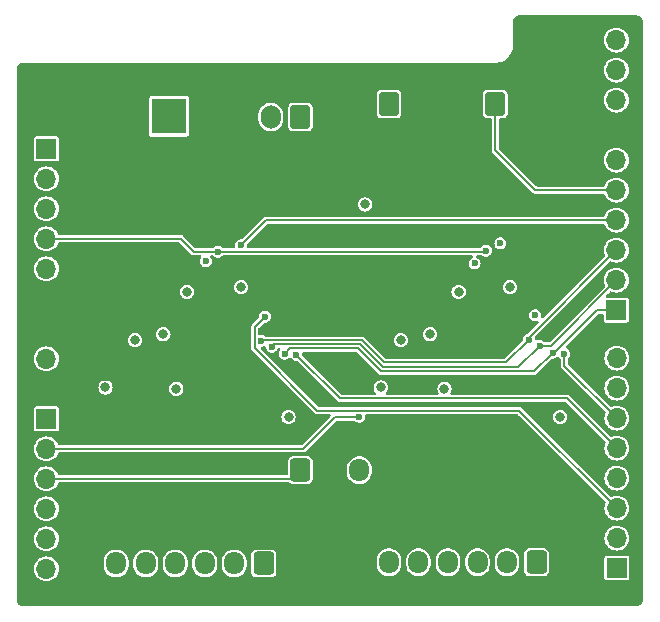
<source format=gbr>
%TF.GenerationSoftware,KiCad,Pcbnew,8.0.6*%
%TF.CreationDate,2025-01-21T14:15:01+01:00*%
%TF.ProjectId,Drivers_PCB,44726976-6572-4735-9f50-43422e6b6963,rev?*%
%TF.SameCoordinates,Original*%
%TF.FileFunction,Copper,L3,Inr*%
%TF.FilePolarity,Positive*%
%FSLAX46Y46*%
G04 Gerber Fmt 4.6, Leading zero omitted, Abs format (unit mm)*
G04 Created by KiCad (PCBNEW 8.0.6) date 2025-01-21 14:15:01*
%MOMM*%
%LPD*%
G01*
G04 APERTURE LIST*
G04 Aperture macros list*
%AMRoundRect*
0 Rectangle with rounded corners*
0 $1 Rounding radius*
0 $2 $3 $4 $5 $6 $7 $8 $9 X,Y pos of 4 corners*
0 Add a 4 corners polygon primitive as box body*
4,1,4,$2,$3,$4,$5,$6,$7,$8,$9,$2,$3,0*
0 Add four circle primitives for the rounded corners*
1,1,$1+$1,$2,$3*
1,1,$1+$1,$4,$5*
1,1,$1+$1,$6,$7*
1,1,$1+$1,$8,$9*
0 Add four rect primitives between the rounded corners*
20,1,$1+$1,$2,$3,$4,$5,0*
20,1,$1+$1,$4,$5,$6,$7,0*
20,1,$1+$1,$6,$7,$8,$9,0*
20,1,$1+$1,$8,$9,$2,$3,0*%
G04 Aperture macros list end*
%TA.AperFunction,ComponentPad*%
%ADD10R,3.000000X3.000000*%
%TD*%
%TA.AperFunction,ComponentPad*%
%ADD11C,3.000000*%
%TD*%
%TA.AperFunction,ComponentPad*%
%ADD12RoundRect,0.250000X0.600000X0.725000X-0.600000X0.725000X-0.600000X-0.725000X0.600000X-0.725000X0*%
%TD*%
%TA.AperFunction,ComponentPad*%
%ADD13O,1.700000X1.950000*%
%TD*%
%TA.AperFunction,ComponentPad*%
%ADD14RoundRect,0.250000X-0.600000X-0.750000X0.600000X-0.750000X0.600000X0.750000X-0.600000X0.750000X0*%
%TD*%
%TA.AperFunction,ComponentPad*%
%ADD15O,1.700000X2.000000*%
%TD*%
%TA.AperFunction,ComponentPad*%
%ADD16RoundRect,0.250000X-0.600000X-0.725000X0.600000X-0.725000X0.600000X0.725000X-0.600000X0.725000X0*%
%TD*%
%TA.AperFunction,ComponentPad*%
%ADD17RoundRect,0.250000X0.600000X0.750000X-0.600000X0.750000X-0.600000X-0.750000X0.600000X-0.750000X0*%
%TD*%
%TA.AperFunction,ComponentPad*%
%ADD18R,1.700000X1.700000*%
%TD*%
%TA.AperFunction,ComponentPad*%
%ADD19O,1.700000X1.700000*%
%TD*%
%TA.AperFunction,ViaPad*%
%ADD20C,0.600000*%
%TD*%
%TA.AperFunction,ViaPad*%
%ADD21C,0.800000*%
%TD*%
%TA.AperFunction,Conductor*%
%ADD22C,0.200000*%
%TD*%
G04 APERTURE END LIST*
D10*
%TO.N,Net-(J1-Pin_1)*%
%TO.C,J1*%
X105390000Y-52050000D03*
D11*
%TO.N,GND*%
X100310000Y-52050000D03*
%TD*%
D12*
%TO.N,unconnected-(J5-Pin_1-Pad1)*%
%TO.C,J5*%
X136500000Y-89800000D03*
D13*
%TO.N,GREEN2*%
X134000000Y-89800000D03*
%TO.N,BLACK2*%
X131500000Y-89800000D03*
%TO.N,BLUE2*%
X129000000Y-89800000D03*
%TO.N,RED2*%
X126500000Y-89800000D03*
%TO.N,unconnected-(J5-Pin_6-Pad6)*%
X124000000Y-89800000D03*
%TD*%
D14*
%TO.N,IR_LED*%
%TO.C,J6*%
X133000000Y-51000000D03*
D15*
%TO.N,GND*%
X135500000Y-51000000D03*
%TD*%
D12*
%TO.N,unconnected-(J3-Pin_1-Pad1)*%
%TO.C,J3*%
X113400000Y-89900000D03*
D13*
%TO.N,GREEN1*%
X110900000Y-89900000D03*
%TO.N,BLACK1*%
X108400000Y-89900000D03*
%TO.N,BLUE1*%
X105900000Y-89900000D03*
%TO.N,RED1*%
X103400000Y-89900000D03*
%TO.N,unconnected-(J3-Pin_6-Pad6)*%
X100900000Y-89900000D03*
%TD*%
D16*
%TO.N,EOC_SWITCH*%
%TO.C,J4*%
X116500000Y-82000000D03*
D13*
%TO.N,GND*%
X119000000Y-82000000D03*
%TO.N,VDD*%
X121500000Y-82000000D03*
%TD*%
D17*
%TO.N,VBB*%
%TO.C,J11*%
X116500000Y-52100000D03*
D15*
%TO.N,Net-(J1-Pin_1)*%
X114000000Y-52100000D03*
%TD*%
D14*
%TO.N,VBB*%
%TO.C,J2*%
X124000000Y-51000000D03*
D15*
%TO.N,GND*%
X126500000Y-51000000D03*
%TD*%
D18*
%TO.N,EN1*%
%TO.C,J8*%
X95000000Y-77650000D03*
D19*
%TO.N,EN2*%
X95000000Y-80190000D03*
%TO.N,EOC_SWITCH*%
X95000000Y-82730000D03*
%TO.N,unconnected-(J8-Pin_4-Pad4)*%
X95000000Y-85270000D03*
%TO.N,unconnected-(J8-Pin_5-Pad5)*%
X95000000Y-87810000D03*
%TO.N,unconnected-(J8-Pin_6-Pad6)*%
X95000000Y-90350000D03*
%TD*%
D18*
%TO.N,unconnected-(J7-Pin_1-Pad1)*%
%TO.C,J7*%
X95000000Y-54790000D03*
D19*
%TO.N,unconnected-(J7-Pin_2-Pad2)*%
X95000000Y-57330000D03*
%TO.N,unconnected-(J7-Pin_3-Pad3)*%
X95000000Y-59870000D03*
%TO.N,VREF*%
X95000000Y-62410000D03*
%TO.N,VDD*%
X95000000Y-64950000D03*
%TO.N,GND*%
X95000000Y-67490000D03*
X95000000Y-70030000D03*
%TO.N,unconnected-(J7-Pin_8-Pad8)*%
X95000000Y-72570000D03*
%TD*%
D18*
%TO.N,MS1*%
%TO.C,J9*%
X143250000Y-68450000D03*
D19*
%TO.N,MS2*%
X143250000Y-65910000D03*
%TO.N,MS3*%
X143250000Y-63370000D03*
%TO.N,STEP1*%
X143250000Y-60830000D03*
%TO.N,IR_LED*%
X143250000Y-58290000D03*
%TO.N,STEP2*%
X143250000Y-55750000D03*
%TO.N,GND*%
X143250000Y-53210000D03*
%TO.N,unconnected-(J9-Pin_8-Pad8)*%
X143250000Y-50670000D03*
%TO.N,unconnected-(J9-Pin_9-Pad9)*%
X143250000Y-48130000D03*
%TO.N,unconnected-(J9-Pin_10-Pad10)*%
X143250000Y-45590000D03*
%TD*%
D18*
%TO.N,unconnected-(J10-Pin_1-Pad1)*%
%TO.C,J10*%
X143300000Y-90290000D03*
D19*
%TO.N,unconnected-(J10-Pin_2-Pad2)*%
X143300000Y-87750000D03*
%TO.N,SLEEP1*%
X143300000Y-85210000D03*
%TO.N,SLEEP2*%
X143300000Y-82670000D03*
%TO.N,RESET1*%
X143300000Y-80130000D03*
%TO.N,RESET2*%
X143300000Y-77590000D03*
%TO.N,DIR1*%
X143300000Y-75050000D03*
%TO.N,DIR2*%
X143300000Y-72510000D03*
%TD*%
D20*
%TO.N,GND*%
X131750000Y-72000000D03*
X110000000Y-70000000D03*
X108000000Y-71000000D03*
X109000000Y-71000000D03*
X110000000Y-72000000D03*
X130750000Y-71000000D03*
X119500000Y-66500000D03*
X108000000Y-70000000D03*
X132750000Y-71000000D03*
X132750000Y-72000000D03*
X110000000Y-71000000D03*
X109000000Y-72000000D03*
X131750000Y-70000000D03*
X130750000Y-72000000D03*
X109000000Y-70000000D03*
X125500000Y-66500000D03*
X131750000Y-71000000D03*
X108000000Y-72000000D03*
X130750000Y-70000000D03*
X132750000Y-70000000D03*
D21*
%TO.N,VBB*%
X115500000Y-77500000D03*
X123300000Y-75000000D03*
X122000000Y-59500000D03*
X138500000Y-77500000D03*
X100000000Y-75000000D03*
%TO.N,VDD*%
X111500000Y-66500000D03*
X134250000Y-66500000D03*
%TO.N,BLUE1*%
X106000000Y-75100000D03*
%TO.N,GREEN1*%
X106900000Y-66900000D03*
%TO.N,RED1*%
X102500000Y-71000000D03*
%TO.N,BLACK1*%
X104900000Y-70500000D03*
%TO.N,RED2*%
X125000000Y-71000000D03*
D20*
%TO.N,SLEEP1*%
X113500000Y-69000000D03*
D21*
%TO.N,BLACK2*%
X127500000Y-70500000D03*
%TO.N,BLUE2*%
X128700000Y-75100000D03*
%TO.N,GREEN2*%
X129900000Y-66900000D03*
D20*
%TO.N,RESET1*%
X116170000Y-72240000D03*
%TO.N,DIR1*%
X108500000Y-64300000D03*
%TO.N,STEP1*%
X111493760Y-62950000D03*
%TO.N,MS3*%
X135850000Y-70950000D03*
X113170000Y-71040000D03*
%TO.N,MS1*%
X115170000Y-72140000D03*
X137850000Y-72050000D03*
%TO.N,MS2*%
X136750000Y-71450000D03*
X114070000Y-71540000D03*
%TO.N,STEP2*%
X133430000Y-62800000D03*
%TO.N,EN2*%
X121500000Y-77500000D03*
%TO.N,RESET2*%
X138850000Y-72150000D03*
%TO.N,DIR2*%
X131250000Y-64500000D03*
%TO.N,SLEEP2*%
X136375000Y-68875000D03*
%TO.N,VREF*%
X109500000Y-63500000D03*
X132200000Y-63410000D03*
%TD*%
D22*
%TO.N,SLEEP1*%
X135040000Y-76950000D02*
X143300000Y-85210000D01*
X113500000Y-69000000D02*
X112620000Y-69880000D01*
X117950000Y-76950000D02*
X135040000Y-76950000D01*
X112620000Y-71620000D02*
X117950000Y-76950000D01*
X112620000Y-69880000D02*
X112620000Y-71620000D01*
%TO.N,RESET1*%
X119840000Y-75910000D02*
X139080000Y-75910000D01*
X116170000Y-72240000D02*
X119840000Y-75910000D01*
X139080000Y-75910000D02*
X143300000Y-80130000D01*
%TO.N,STEP1*%
X111493760Y-62950000D02*
X113613760Y-60830000D01*
X113613760Y-60830000D02*
X143250000Y-60830000D01*
%TO.N,MS3*%
X113170000Y-71040000D02*
X113220000Y-70990000D01*
X121704974Y-70990000D02*
X123574974Y-72860000D01*
X123574974Y-72860000D02*
X133940000Y-72860000D01*
X113220000Y-70990000D02*
X121704974Y-70990000D01*
X135850000Y-70770000D02*
X143250000Y-63370000D01*
X135850000Y-70950000D02*
X135850000Y-70770000D01*
X133940000Y-72860000D02*
X135850000Y-70950000D01*
%TO.N,MS1*%
X115200000Y-72028474D02*
X115200000Y-72100000D01*
X115170000Y-72140000D02*
X115620000Y-71690000D01*
X115620000Y-71690000D02*
X121415026Y-71690000D01*
X115221526Y-72050000D02*
X115200000Y-72028474D01*
X141590000Y-68450000D02*
X143250000Y-68450000D01*
X136260000Y-73640000D02*
X137850000Y-72050000D01*
X137850000Y-72050000D02*
X137990000Y-72050000D01*
X137990000Y-72050000D02*
X141590000Y-68450000D01*
X121415026Y-71690000D02*
X123365026Y-73640000D01*
X123365026Y-73640000D02*
X136260000Y-73640000D01*
%TO.N,MS2*%
X114270000Y-71340000D02*
X121560000Y-71340000D01*
X114070000Y-71540000D02*
X114270000Y-71340000D01*
X123510000Y-73290000D02*
X134910000Y-73290000D01*
X137710000Y-71450000D02*
X143250000Y-65910000D01*
X134910000Y-73290000D02*
X136750000Y-71450000D01*
X121560000Y-71340000D02*
X123510000Y-73290000D01*
X136750000Y-71450000D02*
X137710000Y-71450000D01*
%TO.N,EN2*%
X116729034Y-80190000D02*
X119419034Y-77500000D01*
X119419034Y-77500000D02*
X121500000Y-77500000D01*
X95000000Y-80190000D02*
X116729034Y-80190000D01*
%TO.N,RESET2*%
X138850000Y-73140000D02*
X143300000Y-77590000D01*
X138850000Y-72150000D02*
X138850000Y-73140000D01*
%TO.N,VREF*%
X111478116Y-63504379D02*
X111473737Y-63500000D01*
X132200000Y-63410000D02*
X132110000Y-63500000D01*
X111473737Y-63500000D02*
X109500000Y-63500000D01*
X107500000Y-63500000D02*
X106410000Y-62410000D01*
X109500000Y-63500000D02*
X107500000Y-63500000D01*
X106410000Y-62410000D02*
X95000000Y-62410000D01*
X111482495Y-63500000D02*
X111478116Y-63504379D01*
X132110000Y-63500000D02*
X111482495Y-63500000D01*
%TO.N,EOC_SWITCH*%
X95000000Y-82730000D02*
X115770000Y-82730000D01*
X115770000Y-82730000D02*
X116500000Y-82000000D01*
%TO.N,IR_LED*%
X136390000Y-58290000D02*
X143250000Y-58290000D01*
X133000000Y-54900000D02*
X136390000Y-58290000D01*
X133000000Y-51000000D02*
X133000000Y-54900000D01*
%TD*%
%TA.AperFunction,Conductor*%
%TO.N,GND*%
G36*
X145006922Y-43501280D02*
G01*
X145097266Y-43511459D01*
X145124331Y-43517636D01*
X145203540Y-43545352D01*
X145228553Y-43557398D01*
X145299606Y-43602043D01*
X145321313Y-43619355D01*
X145380644Y-43678686D01*
X145397957Y-43700395D01*
X145442600Y-43771444D01*
X145454648Y-43796462D01*
X145482362Y-43875666D01*
X145488540Y-43902735D01*
X145498720Y-43993076D01*
X145499500Y-44006961D01*
X145499500Y-92993038D01*
X145498720Y-93006923D01*
X145488540Y-93097264D01*
X145482362Y-93124333D01*
X145454648Y-93203537D01*
X145442600Y-93228555D01*
X145397957Y-93299604D01*
X145380644Y-93321313D01*
X145321313Y-93380644D01*
X145299604Y-93397957D01*
X145228555Y-93442600D01*
X145203537Y-93454648D01*
X145124333Y-93482362D01*
X145097264Y-93488540D01*
X145017075Y-93497576D01*
X145006921Y-93498720D01*
X144993038Y-93499500D01*
X93006962Y-93499500D01*
X92993078Y-93498720D01*
X92980553Y-93497308D01*
X92902735Y-93488540D01*
X92875666Y-93482362D01*
X92796462Y-93454648D01*
X92771444Y-93442600D01*
X92700395Y-93397957D01*
X92678686Y-93380644D01*
X92619355Y-93321313D01*
X92602042Y-93299604D01*
X92557399Y-93228555D01*
X92545351Y-93203537D01*
X92517637Y-93124333D01*
X92511459Y-93097263D01*
X92501280Y-93006922D01*
X92500500Y-92993038D01*
X92500500Y-90350000D01*
X93944417Y-90350000D01*
X93964699Y-90555932D01*
X93976446Y-90594655D01*
X94024768Y-90753954D01*
X94122315Y-90936450D01*
X94154362Y-90975500D01*
X94253589Y-91096410D01*
X94330768Y-91159748D01*
X94413550Y-91227685D01*
X94596046Y-91325232D01*
X94794066Y-91385300D01*
X94794065Y-91385300D01*
X94812529Y-91387118D01*
X95000000Y-91405583D01*
X95205934Y-91385300D01*
X95403954Y-91325232D01*
X95586450Y-91227685D01*
X95746410Y-91096410D01*
X95877685Y-90936450D01*
X95975232Y-90753954D01*
X96035300Y-90555934D01*
X96055583Y-90350000D01*
X96035300Y-90144066D01*
X95975232Y-89946046D01*
X95877685Y-89763550D01*
X95802167Y-89671530D01*
X99849500Y-89671530D01*
X99849500Y-90128469D01*
X99889868Y-90331412D01*
X99889870Y-90331420D01*
X99969058Y-90522596D01*
X100084024Y-90694657D01*
X100230342Y-90840975D01*
X100230345Y-90840977D01*
X100402402Y-90955941D01*
X100593580Y-91035130D01*
X100782187Y-91072646D01*
X100796530Y-91075499D01*
X100796534Y-91075500D01*
X100796535Y-91075500D01*
X101003466Y-91075500D01*
X101003467Y-91075499D01*
X101206420Y-91035130D01*
X101397598Y-90955941D01*
X101569655Y-90840977D01*
X101715977Y-90694655D01*
X101830941Y-90522598D01*
X101910130Y-90331420D01*
X101950500Y-90128465D01*
X101950500Y-89671535D01*
X101950499Y-89671530D01*
X102349500Y-89671530D01*
X102349500Y-90128469D01*
X102389868Y-90331412D01*
X102389870Y-90331420D01*
X102469058Y-90522596D01*
X102584024Y-90694657D01*
X102730342Y-90840975D01*
X102730345Y-90840977D01*
X102902402Y-90955941D01*
X103093580Y-91035130D01*
X103282187Y-91072646D01*
X103296530Y-91075499D01*
X103296534Y-91075500D01*
X103296535Y-91075500D01*
X103503466Y-91075500D01*
X103503467Y-91075499D01*
X103706420Y-91035130D01*
X103897598Y-90955941D01*
X104069655Y-90840977D01*
X104215977Y-90694655D01*
X104330941Y-90522598D01*
X104410130Y-90331420D01*
X104450500Y-90128465D01*
X104450500Y-89671535D01*
X104450499Y-89671530D01*
X104849500Y-89671530D01*
X104849500Y-90128469D01*
X104889868Y-90331412D01*
X104889870Y-90331420D01*
X104969058Y-90522596D01*
X105084024Y-90694657D01*
X105230342Y-90840975D01*
X105230345Y-90840977D01*
X105402402Y-90955941D01*
X105593580Y-91035130D01*
X105782187Y-91072646D01*
X105796530Y-91075499D01*
X105796534Y-91075500D01*
X105796535Y-91075500D01*
X106003466Y-91075500D01*
X106003467Y-91075499D01*
X106206420Y-91035130D01*
X106397598Y-90955941D01*
X106569655Y-90840977D01*
X106715977Y-90694655D01*
X106830941Y-90522598D01*
X106910130Y-90331420D01*
X106950500Y-90128465D01*
X106950500Y-89671535D01*
X106950499Y-89671530D01*
X107349500Y-89671530D01*
X107349500Y-90128469D01*
X107389868Y-90331412D01*
X107389870Y-90331420D01*
X107469058Y-90522596D01*
X107584024Y-90694657D01*
X107730342Y-90840975D01*
X107730345Y-90840977D01*
X107902402Y-90955941D01*
X108093580Y-91035130D01*
X108282187Y-91072646D01*
X108296530Y-91075499D01*
X108296534Y-91075500D01*
X108296535Y-91075500D01*
X108503466Y-91075500D01*
X108503467Y-91075499D01*
X108706420Y-91035130D01*
X108897598Y-90955941D01*
X109069655Y-90840977D01*
X109215977Y-90694655D01*
X109330941Y-90522598D01*
X109410130Y-90331420D01*
X109450500Y-90128465D01*
X109450500Y-89671535D01*
X109450499Y-89671530D01*
X109849500Y-89671530D01*
X109849500Y-90128469D01*
X109889868Y-90331412D01*
X109889870Y-90331420D01*
X109969058Y-90522596D01*
X110084024Y-90694657D01*
X110230342Y-90840975D01*
X110230345Y-90840977D01*
X110402402Y-90955941D01*
X110593580Y-91035130D01*
X110782187Y-91072646D01*
X110796530Y-91075499D01*
X110796534Y-91075500D01*
X110796535Y-91075500D01*
X111003466Y-91075500D01*
X111003467Y-91075499D01*
X111206420Y-91035130D01*
X111397598Y-90955941D01*
X111569655Y-90840977D01*
X111715977Y-90694655D01*
X111830941Y-90522598D01*
X111910130Y-90331420D01*
X111950500Y-90128465D01*
X111950500Y-89671535D01*
X111910130Y-89468580D01*
X111830941Y-89277402D01*
X111726257Y-89120730D01*
X112349500Y-89120730D01*
X112349500Y-90679269D01*
X112352353Y-90709699D01*
X112352353Y-90709701D01*
X112397206Y-90837880D01*
X112397207Y-90837882D01*
X112477850Y-90947150D01*
X112587118Y-91027793D01*
X112608089Y-91035131D01*
X112715299Y-91072646D01*
X112745730Y-91075500D01*
X112745734Y-91075500D01*
X114054270Y-91075500D01*
X114084699Y-91072646D01*
X114084701Y-91072646D01*
X114148790Y-91050219D01*
X114212882Y-91027793D01*
X114322150Y-90947150D01*
X114402793Y-90837882D01*
X114432161Y-90753954D01*
X114447646Y-90709701D01*
X114447646Y-90709699D01*
X114450500Y-90679269D01*
X114450500Y-89571530D01*
X122949500Y-89571530D01*
X122949500Y-90028469D01*
X122989868Y-90231412D01*
X122989870Y-90231420D01*
X123069058Y-90422596D01*
X123184024Y-90594657D01*
X123330342Y-90740975D01*
X123330345Y-90740977D01*
X123502402Y-90855941D01*
X123693580Y-90935130D01*
X123882187Y-90972646D01*
X123896530Y-90975499D01*
X123896534Y-90975500D01*
X123896535Y-90975500D01*
X124103466Y-90975500D01*
X124103467Y-90975499D01*
X124306420Y-90935130D01*
X124497598Y-90855941D01*
X124669655Y-90740977D01*
X124815977Y-90594655D01*
X124930941Y-90422598D01*
X125010130Y-90231420D01*
X125050500Y-90028465D01*
X125050500Y-89571535D01*
X125050499Y-89571530D01*
X125449500Y-89571530D01*
X125449500Y-90028469D01*
X125489868Y-90231412D01*
X125489870Y-90231420D01*
X125569058Y-90422596D01*
X125684024Y-90594657D01*
X125830342Y-90740975D01*
X125830345Y-90740977D01*
X126002402Y-90855941D01*
X126193580Y-90935130D01*
X126382187Y-90972646D01*
X126396530Y-90975499D01*
X126396534Y-90975500D01*
X126396535Y-90975500D01*
X126603466Y-90975500D01*
X126603467Y-90975499D01*
X126806420Y-90935130D01*
X126997598Y-90855941D01*
X127169655Y-90740977D01*
X127315977Y-90594655D01*
X127430941Y-90422598D01*
X127510130Y-90231420D01*
X127550500Y-90028465D01*
X127550500Y-89571535D01*
X127550499Y-89571530D01*
X127949500Y-89571530D01*
X127949500Y-90028469D01*
X127989868Y-90231412D01*
X127989870Y-90231420D01*
X128069058Y-90422596D01*
X128184024Y-90594657D01*
X128330342Y-90740975D01*
X128330345Y-90740977D01*
X128502402Y-90855941D01*
X128693580Y-90935130D01*
X128882187Y-90972646D01*
X128896530Y-90975499D01*
X128896534Y-90975500D01*
X128896535Y-90975500D01*
X129103466Y-90975500D01*
X129103467Y-90975499D01*
X129306420Y-90935130D01*
X129497598Y-90855941D01*
X129669655Y-90740977D01*
X129815977Y-90594655D01*
X129930941Y-90422598D01*
X130010130Y-90231420D01*
X130050500Y-90028465D01*
X130050500Y-89571535D01*
X130050499Y-89571530D01*
X130449500Y-89571530D01*
X130449500Y-90028469D01*
X130489868Y-90231412D01*
X130489870Y-90231420D01*
X130569058Y-90422596D01*
X130684024Y-90594657D01*
X130830342Y-90740975D01*
X130830345Y-90740977D01*
X131002402Y-90855941D01*
X131193580Y-90935130D01*
X131382187Y-90972646D01*
X131396530Y-90975499D01*
X131396534Y-90975500D01*
X131396535Y-90975500D01*
X131603466Y-90975500D01*
X131603467Y-90975499D01*
X131806420Y-90935130D01*
X131997598Y-90855941D01*
X132169655Y-90740977D01*
X132315977Y-90594655D01*
X132430941Y-90422598D01*
X132510130Y-90231420D01*
X132550500Y-90028465D01*
X132550500Y-89571535D01*
X132550499Y-89571530D01*
X132949500Y-89571530D01*
X132949500Y-90028469D01*
X132989868Y-90231412D01*
X132989870Y-90231420D01*
X133069058Y-90422596D01*
X133184024Y-90594657D01*
X133330342Y-90740975D01*
X133330345Y-90740977D01*
X133502402Y-90855941D01*
X133693580Y-90935130D01*
X133882187Y-90972646D01*
X133896530Y-90975499D01*
X133896534Y-90975500D01*
X133896535Y-90975500D01*
X134103466Y-90975500D01*
X134103467Y-90975499D01*
X134306420Y-90935130D01*
X134497598Y-90855941D01*
X134669655Y-90740977D01*
X134815977Y-90594655D01*
X134930941Y-90422598D01*
X135010130Y-90231420D01*
X135050500Y-90028465D01*
X135050500Y-89571535D01*
X135010130Y-89368580D01*
X134930941Y-89177402D01*
X134826257Y-89020730D01*
X135449500Y-89020730D01*
X135449500Y-90579269D01*
X135452353Y-90609699D01*
X135452353Y-90609701D01*
X135497206Y-90737880D01*
X135497207Y-90737882D01*
X135577850Y-90847150D01*
X135687118Y-90927793D01*
X135729845Y-90942744D01*
X135815299Y-90972646D01*
X135845730Y-90975500D01*
X135845734Y-90975500D01*
X137154270Y-90975500D01*
X137184699Y-90972646D01*
X137184701Y-90972646D01*
X137248790Y-90950219D01*
X137312882Y-90927793D01*
X137422150Y-90847150D01*
X137502793Y-90737882D01*
X137525219Y-90673790D01*
X137547646Y-90609701D01*
X137547646Y-90609699D01*
X137550500Y-90579269D01*
X137550500Y-89420247D01*
X142249500Y-89420247D01*
X142249500Y-91159752D01*
X142261131Y-91218229D01*
X142261132Y-91218230D01*
X142305447Y-91284552D01*
X142371769Y-91328867D01*
X142371770Y-91328868D01*
X142430247Y-91340499D01*
X142430250Y-91340500D01*
X142430252Y-91340500D01*
X144169750Y-91340500D01*
X144169751Y-91340499D01*
X144184568Y-91337552D01*
X144228229Y-91328868D01*
X144228229Y-91328867D01*
X144228231Y-91328867D01*
X144294552Y-91284552D01*
X144338867Y-91218231D01*
X144338867Y-91218229D01*
X144338868Y-91218229D01*
X144350499Y-91159752D01*
X144350500Y-91159750D01*
X144350500Y-89420249D01*
X144350499Y-89420247D01*
X144338868Y-89361770D01*
X144338867Y-89361769D01*
X144294552Y-89295447D01*
X144228230Y-89251132D01*
X144228229Y-89251131D01*
X144169752Y-89239500D01*
X144169748Y-89239500D01*
X142430252Y-89239500D01*
X142430247Y-89239500D01*
X142371770Y-89251131D01*
X142371769Y-89251132D01*
X142305447Y-89295447D01*
X142261132Y-89361769D01*
X142261131Y-89361770D01*
X142249500Y-89420247D01*
X137550500Y-89420247D01*
X137550500Y-89020730D01*
X137547646Y-88990300D01*
X137547646Y-88990298D01*
X137502793Y-88862119D01*
X137502792Y-88862117D01*
X137422150Y-88752850D01*
X137312882Y-88672207D01*
X137312880Y-88672206D01*
X137184700Y-88627353D01*
X137154270Y-88624500D01*
X137154266Y-88624500D01*
X135845734Y-88624500D01*
X135845730Y-88624500D01*
X135815300Y-88627353D01*
X135815298Y-88627353D01*
X135687119Y-88672206D01*
X135687117Y-88672207D01*
X135577850Y-88752850D01*
X135497207Y-88862117D01*
X135497206Y-88862119D01*
X135452353Y-88990298D01*
X135452353Y-88990300D01*
X135449500Y-89020730D01*
X134826257Y-89020730D01*
X134815977Y-89005345D01*
X134815975Y-89005342D01*
X134669657Y-88859024D01*
X134559215Y-88785230D01*
X134497598Y-88744059D01*
X134457266Y-88727353D01*
X134306420Y-88664870D01*
X134306412Y-88664868D01*
X134103469Y-88624500D01*
X134103465Y-88624500D01*
X133896535Y-88624500D01*
X133896530Y-88624500D01*
X133693587Y-88664868D01*
X133693579Y-88664870D01*
X133502403Y-88744058D01*
X133330342Y-88859024D01*
X133184024Y-89005342D01*
X133069058Y-89177403D01*
X132989870Y-89368579D01*
X132989868Y-89368587D01*
X132949500Y-89571530D01*
X132550499Y-89571530D01*
X132510130Y-89368580D01*
X132430941Y-89177402D01*
X132315977Y-89005345D01*
X132315975Y-89005342D01*
X132169657Y-88859024D01*
X132059215Y-88785230D01*
X131997598Y-88744059D01*
X131957266Y-88727353D01*
X131806420Y-88664870D01*
X131806412Y-88664868D01*
X131603469Y-88624500D01*
X131603465Y-88624500D01*
X131396535Y-88624500D01*
X131396530Y-88624500D01*
X131193587Y-88664868D01*
X131193579Y-88664870D01*
X131002403Y-88744058D01*
X130830342Y-88859024D01*
X130684024Y-89005342D01*
X130569058Y-89177403D01*
X130489870Y-89368579D01*
X130489868Y-89368587D01*
X130449500Y-89571530D01*
X130050499Y-89571530D01*
X130010130Y-89368580D01*
X129930941Y-89177402D01*
X129815977Y-89005345D01*
X129815975Y-89005342D01*
X129669657Y-88859024D01*
X129559215Y-88785230D01*
X129497598Y-88744059D01*
X129457266Y-88727353D01*
X129306420Y-88664870D01*
X129306412Y-88664868D01*
X129103469Y-88624500D01*
X129103465Y-88624500D01*
X128896535Y-88624500D01*
X128896530Y-88624500D01*
X128693587Y-88664868D01*
X128693579Y-88664870D01*
X128502403Y-88744058D01*
X128330342Y-88859024D01*
X128184024Y-89005342D01*
X128069058Y-89177403D01*
X127989870Y-89368579D01*
X127989868Y-89368587D01*
X127949500Y-89571530D01*
X127550499Y-89571530D01*
X127510130Y-89368580D01*
X127430941Y-89177402D01*
X127315977Y-89005345D01*
X127315975Y-89005342D01*
X127169657Y-88859024D01*
X127059215Y-88785230D01*
X126997598Y-88744059D01*
X126957266Y-88727353D01*
X126806420Y-88664870D01*
X126806412Y-88664868D01*
X126603469Y-88624500D01*
X126603465Y-88624500D01*
X126396535Y-88624500D01*
X126396530Y-88624500D01*
X126193587Y-88664868D01*
X126193579Y-88664870D01*
X126002403Y-88744058D01*
X125830342Y-88859024D01*
X125684024Y-89005342D01*
X125569058Y-89177403D01*
X125489870Y-89368579D01*
X125489868Y-89368587D01*
X125449500Y-89571530D01*
X125050499Y-89571530D01*
X125010130Y-89368580D01*
X124930941Y-89177402D01*
X124815977Y-89005345D01*
X124815975Y-89005342D01*
X124669657Y-88859024D01*
X124559215Y-88785230D01*
X124497598Y-88744059D01*
X124457266Y-88727353D01*
X124306420Y-88664870D01*
X124306412Y-88664868D01*
X124103469Y-88624500D01*
X124103465Y-88624500D01*
X123896535Y-88624500D01*
X123896530Y-88624500D01*
X123693587Y-88664868D01*
X123693579Y-88664870D01*
X123502403Y-88744058D01*
X123330342Y-88859024D01*
X123184024Y-89005342D01*
X123069058Y-89177403D01*
X122989870Y-89368579D01*
X122989868Y-89368587D01*
X122949500Y-89571530D01*
X114450500Y-89571530D01*
X114450500Y-89120730D01*
X114447646Y-89090300D01*
X114447646Y-89090298D01*
X114402793Y-88962119D01*
X114402792Y-88962117D01*
X114322150Y-88852850D01*
X114212882Y-88772207D01*
X114212880Y-88772206D01*
X114084700Y-88727353D01*
X114054270Y-88724500D01*
X114054266Y-88724500D01*
X112745734Y-88724500D01*
X112745730Y-88724500D01*
X112715300Y-88727353D01*
X112715298Y-88727353D01*
X112587119Y-88772206D01*
X112587117Y-88772207D01*
X112477850Y-88852850D01*
X112397207Y-88962117D01*
X112397206Y-88962119D01*
X112352353Y-89090298D01*
X112352353Y-89090300D01*
X112349500Y-89120730D01*
X111726257Y-89120730D01*
X111715977Y-89105345D01*
X111715975Y-89105342D01*
X111569657Y-88959024D01*
X111429811Y-88865583D01*
X111397598Y-88844059D01*
X111206420Y-88764870D01*
X111206412Y-88764868D01*
X111003469Y-88724500D01*
X111003465Y-88724500D01*
X110796535Y-88724500D01*
X110796530Y-88724500D01*
X110593587Y-88764868D01*
X110593579Y-88764870D01*
X110402403Y-88844058D01*
X110230342Y-88959024D01*
X110084024Y-89105342D01*
X109969058Y-89277403D01*
X109889870Y-89468579D01*
X109889868Y-89468587D01*
X109849500Y-89671530D01*
X109450499Y-89671530D01*
X109410130Y-89468580D01*
X109330941Y-89277402D01*
X109215977Y-89105345D01*
X109215975Y-89105342D01*
X109069657Y-88959024D01*
X108929811Y-88865583D01*
X108897598Y-88844059D01*
X108706420Y-88764870D01*
X108706412Y-88764868D01*
X108503469Y-88724500D01*
X108503465Y-88724500D01*
X108296535Y-88724500D01*
X108296530Y-88724500D01*
X108093587Y-88764868D01*
X108093579Y-88764870D01*
X107902403Y-88844058D01*
X107730342Y-88959024D01*
X107584024Y-89105342D01*
X107469058Y-89277403D01*
X107389870Y-89468579D01*
X107389868Y-89468587D01*
X107349500Y-89671530D01*
X106950499Y-89671530D01*
X106910130Y-89468580D01*
X106830941Y-89277402D01*
X106715977Y-89105345D01*
X106715975Y-89105342D01*
X106569657Y-88959024D01*
X106429811Y-88865583D01*
X106397598Y-88844059D01*
X106206420Y-88764870D01*
X106206412Y-88764868D01*
X106003469Y-88724500D01*
X106003465Y-88724500D01*
X105796535Y-88724500D01*
X105796530Y-88724500D01*
X105593587Y-88764868D01*
X105593579Y-88764870D01*
X105402403Y-88844058D01*
X105230342Y-88959024D01*
X105084024Y-89105342D01*
X104969058Y-89277403D01*
X104889870Y-89468579D01*
X104889868Y-89468587D01*
X104849500Y-89671530D01*
X104450499Y-89671530D01*
X104410130Y-89468580D01*
X104330941Y-89277402D01*
X104215977Y-89105345D01*
X104215975Y-89105342D01*
X104069657Y-88959024D01*
X103929811Y-88865583D01*
X103897598Y-88844059D01*
X103706420Y-88764870D01*
X103706412Y-88764868D01*
X103503469Y-88724500D01*
X103503465Y-88724500D01*
X103296535Y-88724500D01*
X103296530Y-88724500D01*
X103093587Y-88764868D01*
X103093579Y-88764870D01*
X102902403Y-88844058D01*
X102730342Y-88959024D01*
X102584024Y-89105342D01*
X102469058Y-89277403D01*
X102389870Y-89468579D01*
X102389868Y-89468587D01*
X102349500Y-89671530D01*
X101950499Y-89671530D01*
X101910130Y-89468580D01*
X101830941Y-89277402D01*
X101715977Y-89105345D01*
X101715975Y-89105342D01*
X101569657Y-88959024D01*
X101429811Y-88865583D01*
X101397598Y-88844059D01*
X101206420Y-88764870D01*
X101206412Y-88764868D01*
X101003469Y-88724500D01*
X101003465Y-88724500D01*
X100796535Y-88724500D01*
X100796530Y-88724500D01*
X100593587Y-88764868D01*
X100593579Y-88764870D01*
X100402403Y-88844058D01*
X100230342Y-88959024D01*
X100084024Y-89105342D01*
X99969058Y-89277403D01*
X99889870Y-89468579D01*
X99889868Y-89468587D01*
X99849500Y-89671530D01*
X95802167Y-89671530D01*
X95746410Y-89603589D01*
X95586452Y-89472317D01*
X95586453Y-89472317D01*
X95586450Y-89472315D01*
X95403954Y-89374768D01*
X95205934Y-89314700D01*
X95205932Y-89314699D01*
X95205934Y-89314699D01*
X95000000Y-89294417D01*
X94794067Y-89314699D01*
X94596043Y-89374769D01*
X94510958Y-89420249D01*
X94413550Y-89472315D01*
X94413548Y-89472316D01*
X94413547Y-89472317D01*
X94253589Y-89603589D01*
X94122317Y-89763547D01*
X94024769Y-89946043D01*
X93964699Y-90144067D01*
X93944417Y-90350000D01*
X92500500Y-90350000D01*
X92500500Y-87810000D01*
X93944417Y-87810000D01*
X93964699Y-88015932D01*
X93964700Y-88015934D01*
X94024768Y-88213954D01*
X94122315Y-88396450D01*
X94122317Y-88396452D01*
X94253589Y-88556410D01*
X94336558Y-88624500D01*
X94413550Y-88687685D01*
X94596046Y-88785232D01*
X94794066Y-88845300D01*
X94794065Y-88845300D01*
X94812529Y-88847118D01*
X95000000Y-88865583D01*
X95205934Y-88845300D01*
X95403954Y-88785232D01*
X95586450Y-88687685D01*
X95746410Y-88556410D01*
X95877685Y-88396450D01*
X95975232Y-88213954D01*
X96035300Y-88015934D01*
X96055583Y-87810000D01*
X96049673Y-87750000D01*
X142244417Y-87750000D01*
X142264699Y-87955932D01*
X142294734Y-88054944D01*
X142324768Y-88153954D01*
X142422315Y-88336450D01*
X142422317Y-88336452D01*
X142553589Y-88496410D01*
X142650209Y-88575702D01*
X142713550Y-88627685D01*
X142896046Y-88725232D01*
X143094066Y-88785300D01*
X143094065Y-88785300D01*
X143112529Y-88787118D01*
X143300000Y-88805583D01*
X143505934Y-88785300D01*
X143703954Y-88725232D01*
X143886450Y-88627685D01*
X144046410Y-88496410D01*
X144177685Y-88336450D01*
X144275232Y-88153954D01*
X144335300Y-87955934D01*
X144355583Y-87750000D01*
X144335300Y-87544066D01*
X144275232Y-87346046D01*
X144177685Y-87163550D01*
X144125702Y-87100209D01*
X144046410Y-87003589D01*
X143886452Y-86872317D01*
X143886453Y-86872317D01*
X143886450Y-86872315D01*
X143703954Y-86774768D01*
X143505934Y-86714700D01*
X143505932Y-86714699D01*
X143505934Y-86714699D01*
X143300000Y-86694417D01*
X143094067Y-86714699D01*
X142918692Y-86767898D01*
X142896274Y-86774699D01*
X142896043Y-86774769D01*
X142785898Y-86833643D01*
X142713550Y-86872315D01*
X142713548Y-86872316D01*
X142713547Y-86872317D01*
X142553589Y-87003589D01*
X142422317Y-87163547D01*
X142324769Y-87346043D01*
X142264699Y-87544067D01*
X142244417Y-87750000D01*
X96049673Y-87750000D01*
X96035300Y-87604066D01*
X95975232Y-87406046D01*
X95877685Y-87223550D01*
X95825702Y-87160209D01*
X95746410Y-87063589D01*
X95586452Y-86932317D01*
X95586453Y-86932317D01*
X95586450Y-86932315D01*
X95403954Y-86834768D01*
X95205934Y-86774700D01*
X95205932Y-86774699D01*
X95205934Y-86774699D01*
X95000000Y-86754417D01*
X94794067Y-86774699D01*
X94596043Y-86834769D01*
X94525801Y-86872315D01*
X94413550Y-86932315D01*
X94413548Y-86932316D01*
X94413547Y-86932317D01*
X94253589Y-87063589D01*
X94122317Y-87223547D01*
X94024769Y-87406043D01*
X93964699Y-87604067D01*
X93944417Y-87810000D01*
X92500500Y-87810000D01*
X92500500Y-85270000D01*
X93944417Y-85270000D01*
X93964699Y-85475932D01*
X93964700Y-85475934D01*
X94024768Y-85673954D01*
X94122315Y-85856450D01*
X94122317Y-85856452D01*
X94253589Y-86016410D01*
X94340436Y-86087682D01*
X94413550Y-86147685D01*
X94596046Y-86245232D01*
X94794066Y-86305300D01*
X94794065Y-86305300D01*
X94812529Y-86307118D01*
X95000000Y-86325583D01*
X95205934Y-86305300D01*
X95403954Y-86245232D01*
X95586450Y-86147685D01*
X95746410Y-86016410D01*
X95877685Y-85856450D01*
X95975232Y-85673954D01*
X96035300Y-85475934D01*
X96055583Y-85270000D01*
X96035300Y-85064066D01*
X95975232Y-84866046D01*
X95877685Y-84683550D01*
X95825702Y-84620209D01*
X95746410Y-84523589D01*
X95586452Y-84392317D01*
X95586453Y-84392317D01*
X95586450Y-84392315D01*
X95403954Y-84294768D01*
X95205934Y-84234700D01*
X95205932Y-84234699D01*
X95205934Y-84234699D01*
X95000000Y-84214417D01*
X94794067Y-84234699D01*
X94596043Y-84294769D01*
X94525801Y-84332315D01*
X94413550Y-84392315D01*
X94413548Y-84392316D01*
X94413547Y-84392317D01*
X94253589Y-84523589D01*
X94153400Y-84645672D01*
X94122315Y-84683550D01*
X94083643Y-84755898D01*
X94024769Y-84866043D01*
X93964699Y-85064067D01*
X93944417Y-85270000D01*
X92500500Y-85270000D01*
X92500500Y-82730000D01*
X93944417Y-82730000D01*
X93964699Y-82935932D01*
X93993386Y-83030500D01*
X94024768Y-83133954D01*
X94122315Y-83316450D01*
X94122317Y-83316452D01*
X94253589Y-83476410D01*
X94340436Y-83547682D01*
X94413550Y-83607685D01*
X94596046Y-83705232D01*
X94794066Y-83765300D01*
X94794065Y-83765300D01*
X94812529Y-83767118D01*
X95000000Y-83785583D01*
X95205934Y-83765300D01*
X95403954Y-83705232D01*
X95586450Y-83607685D01*
X95746410Y-83476410D01*
X95877685Y-83316450D01*
X95975232Y-83133954D01*
X95979919Y-83118503D01*
X96018217Y-83060065D01*
X96082030Y-83031609D01*
X96098579Y-83030500D01*
X115514486Y-83030500D01*
X115581525Y-83050185D01*
X115588119Y-83054729D01*
X115687118Y-83127793D01*
X115708089Y-83135131D01*
X115815299Y-83172646D01*
X115845730Y-83175500D01*
X115845734Y-83175500D01*
X117154270Y-83175500D01*
X117184699Y-83172646D01*
X117184701Y-83172646D01*
X117248790Y-83150219D01*
X117312882Y-83127793D01*
X117422150Y-83047150D01*
X117502793Y-82937882D01*
X117525219Y-82873790D01*
X117547646Y-82809701D01*
X117547646Y-82809699D01*
X117550500Y-82779269D01*
X117550500Y-81771530D01*
X120449500Y-81771530D01*
X120449500Y-82228469D01*
X120489868Y-82431412D01*
X120489870Y-82431420D01*
X120569058Y-82622596D01*
X120684024Y-82794657D01*
X120830342Y-82940975D01*
X120830345Y-82940977D01*
X121002402Y-83055941D01*
X121193580Y-83135130D01*
X121382187Y-83172646D01*
X121396530Y-83175499D01*
X121396534Y-83175500D01*
X121396535Y-83175500D01*
X121603466Y-83175500D01*
X121603467Y-83175499D01*
X121806420Y-83135130D01*
X121997598Y-83055941D01*
X122169655Y-82940977D01*
X122315977Y-82794655D01*
X122430941Y-82622598D01*
X122510130Y-82431420D01*
X122550500Y-82228465D01*
X122550500Y-81771535D01*
X122510130Y-81568580D01*
X122430941Y-81377402D01*
X122315977Y-81205345D01*
X122315975Y-81205342D01*
X122169657Y-81059024D01*
X122083626Y-81001541D01*
X121997598Y-80944059D01*
X121806420Y-80864870D01*
X121806412Y-80864868D01*
X121603469Y-80824500D01*
X121603465Y-80824500D01*
X121396535Y-80824500D01*
X121396530Y-80824500D01*
X121193587Y-80864868D01*
X121193579Y-80864870D01*
X121002403Y-80944058D01*
X120830342Y-81059024D01*
X120684024Y-81205342D01*
X120569058Y-81377403D01*
X120489870Y-81568579D01*
X120489868Y-81568587D01*
X120449500Y-81771530D01*
X117550500Y-81771530D01*
X117550500Y-81220730D01*
X117547646Y-81190300D01*
X117547646Y-81190298D01*
X117502793Y-81062119D01*
X117502792Y-81062117D01*
X117422150Y-80952850D01*
X117312882Y-80872207D01*
X117312880Y-80872206D01*
X117184700Y-80827353D01*
X117154270Y-80824500D01*
X117154266Y-80824500D01*
X115845734Y-80824500D01*
X115845730Y-80824500D01*
X115815300Y-80827353D01*
X115815298Y-80827353D01*
X115687119Y-80872206D01*
X115687117Y-80872207D01*
X115577850Y-80952850D01*
X115497207Y-81062117D01*
X115497206Y-81062119D01*
X115452353Y-81190298D01*
X115452353Y-81190300D01*
X115449500Y-81220730D01*
X115449500Y-82305500D01*
X115429815Y-82372539D01*
X115377011Y-82418294D01*
X115325500Y-82429500D01*
X96098579Y-82429500D01*
X96031540Y-82409815D01*
X95985785Y-82357011D01*
X95979919Y-82341497D01*
X95979677Y-82340701D01*
X95975232Y-82326046D01*
X95877685Y-82143550D01*
X95825702Y-82080209D01*
X95746410Y-81983589D01*
X95586452Y-81852317D01*
X95586453Y-81852317D01*
X95586450Y-81852315D01*
X95403954Y-81754768D01*
X95205934Y-81694700D01*
X95205932Y-81694699D01*
X95205934Y-81694699D01*
X95000000Y-81674417D01*
X94794067Y-81694699D01*
X94596043Y-81754769D01*
X94564677Y-81771535D01*
X94413550Y-81852315D01*
X94413548Y-81852316D01*
X94413547Y-81852317D01*
X94253589Y-81983589D01*
X94122317Y-82143547D01*
X94024769Y-82326043D01*
X93964699Y-82524067D01*
X93944417Y-82730000D01*
X92500500Y-82730000D01*
X92500500Y-80190000D01*
X93944417Y-80190000D01*
X93964699Y-80395932D01*
X93987173Y-80470020D01*
X94024768Y-80593954D01*
X94122315Y-80776450D01*
X94122317Y-80776452D01*
X94253589Y-80936410D01*
X94273622Y-80952850D01*
X94413550Y-81067685D01*
X94596046Y-81165232D01*
X94794066Y-81225300D01*
X94794065Y-81225300D01*
X94812529Y-81227118D01*
X95000000Y-81245583D01*
X95205934Y-81225300D01*
X95403954Y-81165232D01*
X95586450Y-81067685D01*
X95746410Y-80936410D01*
X95877685Y-80776450D01*
X95975232Y-80593954D01*
X95979919Y-80578503D01*
X96018217Y-80520065D01*
X96082030Y-80491609D01*
X96098579Y-80490500D01*
X116768594Y-80490500D01*
X116768596Y-80490500D01*
X116845023Y-80470021D01*
X116913545Y-80430460D01*
X116969494Y-80374511D01*
X119507186Y-77836819D01*
X119568509Y-77803334D01*
X119594867Y-77800500D01*
X121041499Y-77800500D01*
X121108538Y-77820185D01*
X121135211Y-77843296D01*
X121168872Y-77882143D01*
X121289947Y-77959953D01*
X121289950Y-77959954D01*
X121289949Y-77959954D01*
X121428036Y-78000499D01*
X121428038Y-78000500D01*
X121428039Y-78000500D01*
X121571962Y-78000500D01*
X121571962Y-78000499D01*
X121710053Y-77959953D01*
X121831128Y-77882143D01*
X121925377Y-77773373D01*
X121985165Y-77642457D01*
X122005647Y-77500000D01*
X121990140Y-77392146D01*
X122000084Y-77322989D01*
X122045839Y-77270185D01*
X122112878Y-77250500D01*
X134864167Y-77250500D01*
X134931206Y-77270185D01*
X134951848Y-77286819D01*
X142310701Y-84645672D01*
X142344186Y-84706995D01*
X142339202Y-84776687D01*
X142332381Y-84791800D01*
X142324770Y-84806039D01*
X142264699Y-85004067D01*
X142244417Y-85210000D01*
X142264699Y-85415932D01*
X142294734Y-85514944D01*
X142324768Y-85613954D01*
X142422315Y-85796450D01*
X142422317Y-85796452D01*
X142553589Y-85956410D01*
X142650209Y-86035702D01*
X142713550Y-86087685D01*
X142896046Y-86185232D01*
X143094066Y-86245300D01*
X143094065Y-86245300D01*
X143112529Y-86247118D01*
X143300000Y-86265583D01*
X143505934Y-86245300D01*
X143703954Y-86185232D01*
X143886450Y-86087685D01*
X144046410Y-85956410D01*
X144177685Y-85796450D01*
X144275232Y-85613954D01*
X144335300Y-85415934D01*
X144355583Y-85210000D01*
X144335300Y-85004066D01*
X144275232Y-84806046D01*
X144177685Y-84623550D01*
X144125702Y-84560209D01*
X144046410Y-84463589D01*
X143886452Y-84332317D01*
X143886453Y-84332317D01*
X143886450Y-84332315D01*
X143703954Y-84234768D01*
X143505934Y-84174700D01*
X143505932Y-84174699D01*
X143505934Y-84174699D01*
X143300000Y-84154417D01*
X143094067Y-84174699D01*
X142896039Y-84234770D01*
X142881800Y-84242381D01*
X142813397Y-84256620D01*
X142748154Y-84231616D01*
X142735672Y-84220701D01*
X141184971Y-82670000D01*
X142244417Y-82670000D01*
X142264699Y-82875932D01*
X142283491Y-82937880D01*
X142324768Y-83073954D01*
X142422315Y-83256450D01*
X142422317Y-83256452D01*
X142553589Y-83416410D01*
X142650209Y-83495702D01*
X142713550Y-83547685D01*
X142896046Y-83645232D01*
X143094066Y-83705300D01*
X143094065Y-83705300D01*
X143112529Y-83707118D01*
X143300000Y-83725583D01*
X143505934Y-83705300D01*
X143703954Y-83645232D01*
X143886450Y-83547685D01*
X144046410Y-83416410D01*
X144177685Y-83256450D01*
X144275232Y-83073954D01*
X144335300Y-82875934D01*
X144355583Y-82670000D01*
X144335300Y-82464066D01*
X144275232Y-82266046D01*
X144177685Y-82083550D01*
X144125702Y-82020209D01*
X144046410Y-81923589D01*
X143886452Y-81792317D01*
X143886453Y-81792317D01*
X143886450Y-81792315D01*
X143703954Y-81694768D01*
X143505934Y-81634700D01*
X143505932Y-81634699D01*
X143505934Y-81634699D01*
X143300000Y-81614417D01*
X143094067Y-81634699D01*
X142918692Y-81687898D01*
X142896274Y-81694699D01*
X142896043Y-81694769D01*
X142785898Y-81753643D01*
X142713550Y-81792315D01*
X142713548Y-81792316D01*
X142713547Y-81792317D01*
X142553589Y-81923589D01*
X142422317Y-82083547D01*
X142324769Y-82266043D01*
X142264699Y-82464067D01*
X142244417Y-82670000D01*
X141184971Y-82670000D01*
X136014969Y-77499998D01*
X137894318Y-77499998D01*
X137894318Y-77500001D01*
X137914955Y-77656760D01*
X137914956Y-77656762D01*
X137975464Y-77802841D01*
X138071718Y-77928282D01*
X138197159Y-78024536D01*
X138343238Y-78085044D01*
X138421619Y-78095363D01*
X138499999Y-78105682D01*
X138500000Y-78105682D01*
X138500001Y-78105682D01*
X138552254Y-78098802D01*
X138656762Y-78085044D01*
X138802841Y-78024536D01*
X138928282Y-77928282D01*
X139024536Y-77802841D01*
X139085044Y-77656762D01*
X139105682Y-77500000D01*
X139085044Y-77343238D01*
X139024536Y-77197159D01*
X138928282Y-77071718D01*
X138802841Y-76975464D01*
X138656762Y-76914956D01*
X138656760Y-76914955D01*
X138500001Y-76894318D01*
X138499999Y-76894318D01*
X138343239Y-76914955D01*
X138343237Y-76914956D01*
X138197160Y-76975463D01*
X138071718Y-77071718D01*
X137975463Y-77197160D01*
X137914956Y-77343237D01*
X137914955Y-77343239D01*
X137894318Y-77499998D01*
X136014969Y-77499998D01*
X135224512Y-76709541D01*
X135224504Y-76709535D01*
X135155995Y-76669982D01*
X135155990Y-76669979D01*
X135130513Y-76663152D01*
X135079562Y-76649500D01*
X135079560Y-76649500D01*
X118125833Y-76649500D01*
X118058794Y-76629815D01*
X118038152Y-76613181D01*
X113175391Y-71750420D01*
X113141906Y-71689097D01*
X113146890Y-71619405D01*
X113188762Y-71563472D01*
X113233966Y-71544752D01*
X113233452Y-71542999D01*
X113313372Y-71519531D01*
X113380053Y-71499953D01*
X113381171Y-71499234D01*
X113382448Y-71498859D01*
X113388118Y-71496270D01*
X113388490Y-71497084D01*
X113448207Y-71479547D01*
X113515248Y-71499228D01*
X113561005Y-71552029D01*
X113570952Y-71585900D01*
X113584834Y-71682456D01*
X113635454Y-71793297D01*
X113644623Y-71813373D01*
X113738872Y-71922143D01*
X113859947Y-71999953D01*
X113859950Y-71999954D01*
X113859949Y-71999954D01*
X113998036Y-72040499D01*
X113998038Y-72040500D01*
X113998039Y-72040500D01*
X114141962Y-72040500D01*
X114141962Y-72040499D01*
X114280053Y-71999953D01*
X114401128Y-71922143D01*
X114495377Y-71813373D01*
X114533127Y-71730712D01*
X114541222Y-71712988D01*
X114586977Y-71660184D01*
X114654016Y-71640500D01*
X114669041Y-71640500D01*
X114736080Y-71660185D01*
X114781835Y-71712989D01*
X114791779Y-71782147D01*
X114762754Y-71845703D01*
X114744623Y-71866627D01*
X114744622Y-71866628D01*
X114684834Y-71997543D01*
X114664353Y-72140000D01*
X114684834Y-72282456D01*
X114722105Y-72364066D01*
X114744623Y-72413373D01*
X114838872Y-72522143D01*
X114959947Y-72599953D01*
X114959950Y-72599954D01*
X114959949Y-72599954D01*
X115098036Y-72640499D01*
X115098038Y-72640500D01*
X115098039Y-72640500D01*
X115241962Y-72640500D01*
X115241962Y-72640499D01*
X115380053Y-72599953D01*
X115501128Y-72522143D01*
X115536852Y-72480914D01*
X115595627Y-72443140D01*
X115665497Y-72443139D01*
X115724276Y-72480913D01*
X115743355Y-72510598D01*
X115744620Y-72513369D01*
X115744623Y-72513373D01*
X115838872Y-72622143D01*
X115959947Y-72699953D01*
X115959950Y-72699954D01*
X115959949Y-72699954D01*
X116067107Y-72731417D01*
X116095280Y-72739690D01*
X116098036Y-72740499D01*
X116098038Y-72740500D01*
X116194167Y-72740500D01*
X116261206Y-72760185D01*
X116281848Y-72776819D01*
X119655489Y-76150460D01*
X119724012Y-76190022D01*
X119800438Y-76210500D01*
X119879562Y-76210500D01*
X138904167Y-76210500D01*
X138971206Y-76230185D01*
X138991848Y-76246819D01*
X142310701Y-79565672D01*
X142344186Y-79626995D01*
X142339202Y-79696687D01*
X142332381Y-79711800D01*
X142324770Y-79726039D01*
X142264699Y-79924067D01*
X142244417Y-80130000D01*
X142264699Y-80335932D01*
X142293373Y-80430458D01*
X142324768Y-80533954D01*
X142422315Y-80716450D01*
X142422317Y-80716452D01*
X142553589Y-80876410D01*
X142636020Y-80944058D01*
X142713550Y-81007685D01*
X142896046Y-81105232D01*
X143094066Y-81165300D01*
X143094065Y-81165300D01*
X143112529Y-81167118D01*
X143300000Y-81185583D01*
X143505934Y-81165300D01*
X143703954Y-81105232D01*
X143886450Y-81007685D01*
X144046410Y-80876410D01*
X144177685Y-80716450D01*
X144275232Y-80533954D01*
X144335300Y-80335934D01*
X144355583Y-80130000D01*
X144335300Y-79924066D01*
X144275232Y-79726046D01*
X144177685Y-79543550D01*
X144125702Y-79480209D01*
X144046410Y-79383589D01*
X143886452Y-79252317D01*
X143886453Y-79252317D01*
X143886450Y-79252315D01*
X143703954Y-79154768D01*
X143505934Y-79094700D01*
X143505932Y-79094699D01*
X143505934Y-79094699D01*
X143300000Y-79074417D01*
X143094067Y-79094699D01*
X142896039Y-79154770D01*
X142881800Y-79162381D01*
X142813397Y-79176620D01*
X142748154Y-79151616D01*
X142735672Y-79140701D01*
X139264512Y-75669541D01*
X139264504Y-75669535D01*
X139195995Y-75629982D01*
X139195990Y-75629979D01*
X139170513Y-75623152D01*
X139119562Y-75609500D01*
X139119560Y-75609500D01*
X129317408Y-75609500D01*
X129250369Y-75589815D01*
X129204614Y-75537011D01*
X129194670Y-75467853D01*
X129219032Y-75410013D01*
X129224536Y-75402841D01*
X129285044Y-75256762D01*
X129305682Y-75100000D01*
X129299099Y-75050000D01*
X129285044Y-74943239D01*
X129285044Y-74943238D01*
X129224536Y-74797159D01*
X129128282Y-74671718D01*
X129002841Y-74575464D01*
X128993797Y-74571718D01*
X128856762Y-74514956D01*
X128856760Y-74514955D01*
X128700001Y-74494318D01*
X128699999Y-74494318D01*
X128543239Y-74514955D01*
X128543237Y-74514956D01*
X128397160Y-74575463D01*
X128271718Y-74671718D01*
X128175463Y-74797160D01*
X128114956Y-74943237D01*
X128114955Y-74943239D01*
X128094318Y-75099998D01*
X128094318Y-75100001D01*
X128114955Y-75256760D01*
X128114956Y-75256762D01*
X128175463Y-75402840D01*
X128175464Y-75402841D01*
X128180967Y-75410013D01*
X128206162Y-75475181D01*
X128192124Y-75543626D01*
X128143311Y-75593617D01*
X128082592Y-75609500D01*
X123840675Y-75609500D01*
X123773636Y-75589815D01*
X123727881Y-75537011D01*
X123717937Y-75467853D01*
X123742297Y-75410016D01*
X123824536Y-75302841D01*
X123885044Y-75156762D01*
X123905682Y-75000000D01*
X123885044Y-74843238D01*
X123824536Y-74697159D01*
X123728282Y-74571718D01*
X123602841Y-74475464D01*
X123456762Y-74414956D01*
X123456760Y-74414955D01*
X123300001Y-74394318D01*
X123299999Y-74394318D01*
X123143239Y-74414955D01*
X123143237Y-74414956D01*
X122997160Y-74475463D01*
X122871718Y-74571718D01*
X122775463Y-74697160D01*
X122714956Y-74843237D01*
X122714955Y-74843239D01*
X122694318Y-74999998D01*
X122694318Y-75000001D01*
X122714955Y-75156760D01*
X122714956Y-75156762D01*
X122756376Y-75256760D01*
X122775464Y-75302841D01*
X122857702Y-75410016D01*
X122882895Y-75475182D01*
X122868857Y-75543627D01*
X122820043Y-75593617D01*
X122759325Y-75609500D01*
X120015833Y-75609500D01*
X119948794Y-75589815D01*
X119928152Y-75573181D01*
X116709395Y-72354424D01*
X116675910Y-72293101D01*
X116674339Y-72249094D01*
X116675647Y-72240000D01*
X116660140Y-72132146D01*
X116670084Y-72062988D01*
X116715839Y-72010184D01*
X116782878Y-71990500D01*
X121239193Y-71990500D01*
X121306232Y-72010185D01*
X121326874Y-72026819D01*
X123124566Y-73824511D01*
X123180515Y-73880460D01*
X123180517Y-73880461D01*
X123180521Y-73880464D01*
X123249030Y-73920017D01*
X123249037Y-73920021D01*
X123325464Y-73940500D01*
X123325466Y-73940500D01*
X136299560Y-73940500D01*
X136299562Y-73940500D01*
X136375989Y-73920021D01*
X136444511Y-73880460D01*
X136500460Y-73824511D01*
X137738151Y-72586818D01*
X137799474Y-72553334D01*
X137825832Y-72550500D01*
X137921962Y-72550500D01*
X137921962Y-72550499D01*
X138029121Y-72519035D01*
X138060050Y-72509954D01*
X138060050Y-72509953D01*
X138060053Y-72509953D01*
X138181128Y-72432143D01*
X138216852Y-72390914D01*
X138275627Y-72353140D01*
X138345497Y-72353139D01*
X138404276Y-72390913D01*
X138423355Y-72420598D01*
X138424620Y-72423369D01*
X138424622Y-72423371D01*
X138424623Y-72423373D01*
X138518872Y-72532143D01*
X138518875Y-72532144D01*
X138519213Y-72532535D01*
X138548238Y-72596091D01*
X138549500Y-72613738D01*
X138549500Y-73179562D01*
X138563152Y-73230513D01*
X138569979Y-73255990D01*
X138585359Y-73282629D01*
X138604862Y-73316408D01*
X138604862Y-73316410D01*
X138609537Y-73324507D01*
X138609541Y-73324512D01*
X142310701Y-77025672D01*
X142344186Y-77086995D01*
X142339202Y-77156687D01*
X142332381Y-77171800D01*
X142324770Y-77186039D01*
X142264699Y-77384067D01*
X142244417Y-77590000D01*
X142264699Y-77795932D01*
X142272056Y-77820185D01*
X142324768Y-77993954D01*
X142422315Y-78176450D01*
X142422317Y-78176452D01*
X142553589Y-78336410D01*
X142650209Y-78415702D01*
X142713550Y-78467685D01*
X142896046Y-78565232D01*
X143094066Y-78625300D01*
X143094065Y-78625300D01*
X143112529Y-78627118D01*
X143300000Y-78645583D01*
X143505934Y-78625300D01*
X143703954Y-78565232D01*
X143886450Y-78467685D01*
X144046410Y-78336410D01*
X144177685Y-78176450D01*
X144275232Y-77993954D01*
X144335300Y-77795934D01*
X144355583Y-77590000D01*
X144335300Y-77384066D01*
X144275232Y-77186046D01*
X144177685Y-77003550D01*
X144104978Y-76914956D01*
X144046410Y-76843589D01*
X143897971Y-76721770D01*
X143886450Y-76712315D01*
X143703954Y-76614768D01*
X143505934Y-76554700D01*
X143505932Y-76554699D01*
X143505934Y-76554699D01*
X143300000Y-76534417D01*
X143094067Y-76554699D01*
X142896039Y-76614770D01*
X142881800Y-76622381D01*
X142813397Y-76636620D01*
X142748154Y-76611616D01*
X142735672Y-76600701D01*
X141184971Y-75050000D01*
X142244417Y-75050000D01*
X142264699Y-75255932D01*
X142264951Y-75256762D01*
X142324768Y-75453954D01*
X142422315Y-75636450D01*
X142422317Y-75636452D01*
X142553589Y-75796410D01*
X142650209Y-75875702D01*
X142713550Y-75927685D01*
X142896046Y-76025232D01*
X143094066Y-76085300D01*
X143094065Y-76085300D01*
X143112529Y-76087118D01*
X143300000Y-76105583D01*
X143505934Y-76085300D01*
X143703954Y-76025232D01*
X143886450Y-75927685D01*
X144046410Y-75796410D01*
X144177685Y-75636450D01*
X144275232Y-75453954D01*
X144335300Y-75255934D01*
X144355583Y-75050000D01*
X144335300Y-74844066D01*
X144275232Y-74646046D01*
X144177685Y-74463550D01*
X144120868Y-74394318D01*
X144046410Y-74303589D01*
X143886452Y-74172317D01*
X143886453Y-74172317D01*
X143886450Y-74172315D01*
X143703954Y-74074768D01*
X143505934Y-74014700D01*
X143505932Y-74014699D01*
X143505934Y-74014699D01*
X143300000Y-73994417D01*
X143094067Y-74014699D01*
X142896043Y-74074769D01*
X142785898Y-74133643D01*
X142713550Y-74172315D01*
X142713548Y-74172316D01*
X142713547Y-74172317D01*
X142553589Y-74303589D01*
X142422317Y-74463547D01*
X142422315Y-74463550D01*
X142415947Y-74475464D01*
X142324769Y-74646043D01*
X142264699Y-74844067D01*
X142244417Y-75050000D01*
X141184971Y-75050000D01*
X139186819Y-73051848D01*
X139153334Y-72990525D01*
X139150500Y-72964167D01*
X139150500Y-72613738D01*
X139170185Y-72546699D01*
X139180787Y-72532535D01*
X139181124Y-72532144D01*
X139181128Y-72532143D01*
X139200315Y-72510000D01*
X142244417Y-72510000D01*
X142264699Y-72715932D01*
X142283169Y-72776819D01*
X142324768Y-72913954D01*
X142422315Y-73096450D01*
X142422317Y-73096452D01*
X142553589Y-73256410D01*
X142636567Y-73324507D01*
X142713550Y-73387685D01*
X142896046Y-73485232D01*
X143094066Y-73545300D01*
X143094065Y-73545300D01*
X143112529Y-73547118D01*
X143300000Y-73565583D01*
X143505934Y-73545300D01*
X143703954Y-73485232D01*
X143886450Y-73387685D01*
X144046410Y-73256410D01*
X144177685Y-73096450D01*
X144275232Y-72913954D01*
X144335300Y-72715934D01*
X144355583Y-72510000D01*
X144335300Y-72304066D01*
X144275232Y-72106046D01*
X144177685Y-71923550D01*
X144102670Y-71832143D01*
X144046410Y-71763589D01*
X143903650Y-71646431D01*
X143886450Y-71632315D01*
X143703954Y-71534768D01*
X143505934Y-71474700D01*
X143505932Y-71474699D01*
X143505934Y-71474699D01*
X143300000Y-71454417D01*
X143094067Y-71474699D01*
X142929777Y-71524536D01*
X142896274Y-71534699D01*
X142896043Y-71534769D01*
X142785898Y-71593643D01*
X142713550Y-71632315D01*
X142713548Y-71632316D01*
X142713547Y-71632317D01*
X142553589Y-71763589D01*
X142422317Y-71923547D01*
X142422315Y-71923550D01*
X142407910Y-71950500D01*
X142324769Y-72106043D01*
X142264699Y-72304067D01*
X142244417Y-72510000D01*
X139200315Y-72510000D01*
X139275377Y-72423373D01*
X139335165Y-72292457D01*
X139355647Y-72150000D01*
X139335165Y-72007543D01*
X139275377Y-71876627D01*
X139181128Y-71767857D01*
X139095750Y-71712988D01*
X139060052Y-71690046D01*
X139040165Y-71684207D01*
X138981388Y-71646431D01*
X138952364Y-71582875D01*
X138962308Y-71513717D01*
X138987418Y-71477552D01*
X141678152Y-68786819D01*
X141739475Y-68753334D01*
X141765833Y-68750500D01*
X142075500Y-68750500D01*
X142142539Y-68770185D01*
X142188294Y-68822989D01*
X142199500Y-68874500D01*
X142199500Y-69319752D01*
X142211131Y-69378229D01*
X142211132Y-69378230D01*
X142255447Y-69444552D01*
X142321769Y-69488867D01*
X142321770Y-69488868D01*
X142380247Y-69500499D01*
X142380250Y-69500500D01*
X142380252Y-69500500D01*
X144119750Y-69500500D01*
X144119751Y-69500499D01*
X144134568Y-69497552D01*
X144178229Y-69488868D01*
X144178229Y-69488867D01*
X144178231Y-69488867D01*
X144244552Y-69444552D01*
X144288867Y-69378231D01*
X144288867Y-69378229D01*
X144288868Y-69378229D01*
X144300499Y-69319752D01*
X144300500Y-69319750D01*
X144300500Y-67580249D01*
X144300499Y-67580247D01*
X144288868Y-67521770D01*
X144288867Y-67521769D01*
X144244552Y-67455447D01*
X144178230Y-67411132D01*
X144178229Y-67411131D01*
X144119752Y-67399500D01*
X144119748Y-67399500D01*
X142484832Y-67399500D01*
X142417793Y-67379815D01*
X142372038Y-67327011D01*
X142362094Y-67257853D01*
X142391119Y-67194297D01*
X142397151Y-67187819D01*
X142528210Y-67056760D01*
X142685673Y-66899296D01*
X142746994Y-66865813D01*
X142816685Y-66870797D01*
X142831804Y-66877620D01*
X142840493Y-66882264D01*
X142846046Y-66885232D01*
X143044066Y-66945300D01*
X143044065Y-66945300D01*
X143062529Y-66947118D01*
X143250000Y-66965583D01*
X143455934Y-66945300D01*
X143653954Y-66885232D01*
X143836450Y-66787685D01*
X143996410Y-66656410D01*
X144127685Y-66496450D01*
X144225232Y-66313954D01*
X144285300Y-66115934D01*
X144305583Y-65910000D01*
X144285300Y-65704066D01*
X144225232Y-65506046D01*
X144127685Y-65323550D01*
X144075702Y-65260209D01*
X143996410Y-65163589D01*
X143836452Y-65032317D01*
X143836453Y-65032317D01*
X143836450Y-65032315D01*
X143653954Y-64934768D01*
X143455934Y-64874700D01*
X143455932Y-64874699D01*
X143455934Y-64874699D01*
X143250000Y-64854417D01*
X143044067Y-64874699D01*
X142846043Y-64934769D01*
X142735898Y-64993643D01*
X142663550Y-65032315D01*
X142663548Y-65032316D01*
X142663547Y-65032317D01*
X142503589Y-65163589D01*
X142372317Y-65323547D01*
X142274769Y-65506043D01*
X142214699Y-65704067D01*
X142194417Y-65910000D01*
X142214699Y-66115932D01*
X142274769Y-66313956D01*
X142282379Y-66328193D01*
X142296620Y-66396596D01*
X142271619Y-66461840D01*
X142260701Y-66474326D01*
X137621848Y-71113181D01*
X137560525Y-71146666D01*
X137534167Y-71149500D01*
X137208501Y-71149500D01*
X137141462Y-71129815D01*
X137114788Y-71106703D01*
X137081128Y-71067857D01*
X136960053Y-70990047D01*
X136960051Y-70990046D01*
X136960049Y-70990045D01*
X136960050Y-70990045D01*
X136821963Y-70949500D01*
X136821961Y-70949500D01*
X136678039Y-70949500D01*
X136678036Y-70949500D01*
X136539949Y-70990045D01*
X136539945Y-70990047D01*
X136538816Y-70990773D01*
X136537530Y-70991150D01*
X136531882Y-70993730D01*
X136531510Y-70992917D01*
X136471775Y-71010452D01*
X136404737Y-70990762D01*
X136358987Y-70937955D01*
X136349047Y-70904098D01*
X136340297Y-70843238D01*
X136335165Y-70807543D01*
X136335164Y-70807540D01*
X136333709Y-70802583D01*
X136333707Y-70732713D01*
X136365002Y-70679967D01*
X142685673Y-64359296D01*
X142746994Y-64325813D01*
X142816686Y-64330797D01*
X142831804Y-64337620D01*
X142840493Y-64342264D01*
X142846046Y-64345232D01*
X143044066Y-64405300D01*
X143044065Y-64405300D01*
X143062529Y-64407118D01*
X143250000Y-64425583D01*
X143455934Y-64405300D01*
X143653954Y-64345232D01*
X143836450Y-64247685D01*
X143996410Y-64116410D01*
X144127685Y-63956450D01*
X144225232Y-63773954D01*
X144285300Y-63575934D01*
X144305583Y-63370000D01*
X144285300Y-63164066D01*
X144225232Y-62966046D01*
X144127685Y-62783550D01*
X144039936Y-62676627D01*
X143996410Y-62623589D01*
X143836452Y-62492317D01*
X143836453Y-62492317D01*
X143836450Y-62492315D01*
X143653954Y-62394768D01*
X143455934Y-62334700D01*
X143455932Y-62334699D01*
X143455934Y-62334699D01*
X143250000Y-62314417D01*
X143044067Y-62334699D01*
X142846043Y-62394769D01*
X142742137Y-62450309D01*
X142663550Y-62492315D01*
X142663548Y-62492316D01*
X142663547Y-62492317D01*
X142503589Y-62623589D01*
X142372317Y-62783547D01*
X142372315Y-62783550D01*
X142356064Y-62813953D01*
X142274769Y-62966043D01*
X142214699Y-63164067D01*
X142194417Y-63370000D01*
X142214699Y-63575932D01*
X142274769Y-63773956D01*
X142282379Y-63788193D01*
X142296620Y-63856596D01*
X142271619Y-63921840D01*
X142260701Y-63934326D01*
X137070305Y-69124722D01*
X137008982Y-69158207D01*
X136939290Y-69153223D01*
X136883357Y-69111351D01*
X136858940Y-69045887D01*
X136859886Y-69019394D01*
X136860164Y-69017458D01*
X136860165Y-69017457D01*
X136880647Y-68875000D01*
X136860165Y-68732543D01*
X136800377Y-68601627D01*
X136706128Y-68492857D01*
X136585053Y-68415047D01*
X136585051Y-68415046D01*
X136585049Y-68415045D01*
X136585050Y-68415045D01*
X136446963Y-68374500D01*
X136446961Y-68374500D01*
X136303039Y-68374500D01*
X136303036Y-68374500D01*
X136164949Y-68415045D01*
X136043873Y-68492856D01*
X135949623Y-68601626D01*
X135949622Y-68601628D01*
X135889834Y-68732543D01*
X135869353Y-68875000D01*
X135889834Y-69017456D01*
X135932715Y-69111351D01*
X135949623Y-69148373D01*
X136043872Y-69257143D01*
X136164947Y-69334953D01*
X136164950Y-69334954D01*
X136164949Y-69334954D01*
X136303036Y-69375499D01*
X136303038Y-69375500D01*
X136303039Y-69375500D01*
X136446961Y-69375500D01*
X136508250Y-69357504D01*
X136578118Y-69357504D01*
X136636896Y-69395278D01*
X136665922Y-69458833D01*
X136655979Y-69527992D01*
X136630865Y-69564162D01*
X135754394Y-70440633D01*
X135701650Y-70471929D01*
X135639946Y-70490047D01*
X135639945Y-70490048D01*
X135518873Y-70567856D01*
X135518872Y-70567856D01*
X135518872Y-70567857D01*
X135508311Y-70580045D01*
X135424623Y-70676626D01*
X135424622Y-70676628D01*
X135364834Y-70807543D01*
X135344353Y-70950000D01*
X135344353Y-70950001D01*
X135345661Y-70959103D01*
X135335713Y-71028261D01*
X135310603Y-71064424D01*
X133851848Y-72523181D01*
X133790525Y-72556666D01*
X133764167Y-72559500D01*
X123750807Y-72559500D01*
X123683768Y-72539815D01*
X123663126Y-72523181D01*
X122139943Y-70999998D01*
X124394318Y-70999998D01*
X124394318Y-71000001D01*
X124414955Y-71156760D01*
X124414956Y-71156762D01*
X124475464Y-71302841D01*
X124571718Y-71428282D01*
X124697159Y-71524536D01*
X124843238Y-71585044D01*
X124884848Y-71590522D01*
X124999999Y-71605682D01*
X125000000Y-71605682D01*
X125000001Y-71605682D01*
X125052254Y-71598802D01*
X125156762Y-71585044D01*
X125302841Y-71524536D01*
X125428282Y-71428282D01*
X125524536Y-71302841D01*
X125585044Y-71156762D01*
X125605682Y-71000000D01*
X125604371Y-70990045D01*
X125585044Y-70843239D01*
X125585044Y-70843238D01*
X125524536Y-70697159D01*
X125428282Y-70571718D01*
X125334814Y-70499998D01*
X126894318Y-70499998D01*
X126894318Y-70500001D01*
X126914955Y-70656760D01*
X126914956Y-70656762D01*
X126949619Y-70740447D01*
X126975464Y-70802841D01*
X127071718Y-70928282D01*
X127197159Y-71024536D01*
X127343238Y-71085044D01*
X127399546Y-71092457D01*
X127499999Y-71105682D01*
X127500000Y-71105682D01*
X127500001Y-71105682D01*
X127552254Y-71098802D01*
X127656762Y-71085044D01*
X127802841Y-71024536D01*
X127928282Y-70928282D01*
X128024536Y-70802841D01*
X128085044Y-70656762D01*
X128105682Y-70500000D01*
X128101986Y-70471929D01*
X128085044Y-70343239D01*
X128085044Y-70343238D01*
X128024536Y-70197159D01*
X127928282Y-70071718D01*
X127802841Y-69975464D01*
X127656762Y-69914956D01*
X127656760Y-69914955D01*
X127500001Y-69894318D01*
X127499999Y-69894318D01*
X127343239Y-69914955D01*
X127343237Y-69914956D01*
X127197160Y-69975463D01*
X127071718Y-70071718D01*
X126975463Y-70197160D01*
X126914956Y-70343237D01*
X126914955Y-70343239D01*
X126894318Y-70499998D01*
X125334814Y-70499998D01*
X125302841Y-70475464D01*
X125156762Y-70414956D01*
X125156760Y-70414955D01*
X125000001Y-70394318D01*
X124999999Y-70394318D01*
X124843239Y-70414955D01*
X124843237Y-70414956D01*
X124697160Y-70475463D01*
X124571718Y-70571718D01*
X124475463Y-70697160D01*
X124414956Y-70843237D01*
X124414955Y-70843239D01*
X124394318Y-70999998D01*
X122139943Y-70999998D01*
X121889486Y-70749541D01*
X121889485Y-70749540D01*
X121856399Y-70730438D01*
X121856397Y-70730437D01*
X121856396Y-70730435D01*
X121820968Y-70709981D01*
X121820965Y-70709979D01*
X121782749Y-70699739D01*
X121744536Y-70689500D01*
X121744534Y-70689500D01*
X113583895Y-70689500D01*
X113516856Y-70669815D01*
X113502688Y-70659210D01*
X113501132Y-70657862D01*
X113501128Y-70657857D01*
X113380053Y-70580047D01*
X113380051Y-70580046D01*
X113380049Y-70580045D01*
X113380050Y-70580045D01*
X113241963Y-70539500D01*
X113241961Y-70539500D01*
X113098039Y-70539500D01*
X113079433Y-70544963D01*
X113009564Y-70544962D01*
X112950786Y-70507186D01*
X112921762Y-70443630D01*
X112920500Y-70425985D01*
X112920500Y-70055832D01*
X112940185Y-69988793D01*
X112956815Y-69968155D01*
X113388151Y-69536818D01*
X113449474Y-69503334D01*
X113475832Y-69500500D01*
X113571962Y-69500500D01*
X113571962Y-69500499D01*
X113710053Y-69459953D01*
X113831128Y-69382143D01*
X113925377Y-69273373D01*
X113985165Y-69142457D01*
X114005647Y-69000000D01*
X113985165Y-68857543D01*
X113925377Y-68726627D01*
X113831128Y-68617857D01*
X113710053Y-68540047D01*
X113710051Y-68540046D01*
X113710049Y-68540045D01*
X113710050Y-68540045D01*
X113571963Y-68499500D01*
X113571961Y-68499500D01*
X113428039Y-68499500D01*
X113428036Y-68499500D01*
X113289949Y-68540045D01*
X113168873Y-68617856D01*
X113074623Y-68726626D01*
X113074622Y-68726628D01*
X113014834Y-68857543D01*
X112994353Y-69000000D01*
X112994353Y-69000001D01*
X112995661Y-69009103D01*
X112985713Y-69078261D01*
X112960603Y-69114424D01*
X112435489Y-69639540D01*
X112379541Y-69695487D01*
X112379535Y-69695495D01*
X112339982Y-69764004D01*
X112339979Y-69764009D01*
X112326326Y-69814962D01*
X112319500Y-69840438D01*
X112319500Y-71659562D01*
X112328277Y-71692317D01*
X112339979Y-71735990D01*
X112348311Y-71750420D01*
X112370204Y-71788340D01*
X112370205Y-71788344D01*
X112379535Y-71804504D01*
X112379539Y-71804509D01*
X112379540Y-71804511D01*
X117709540Y-77134511D01*
X117765489Y-77190460D01*
X117765491Y-77190461D01*
X117765495Y-77190464D01*
X117834004Y-77230017D01*
X117834011Y-77230021D01*
X117910438Y-77250500D01*
X117989562Y-77250500D01*
X118944201Y-77250500D01*
X119011240Y-77270185D01*
X119056995Y-77322989D01*
X119066939Y-77392147D01*
X119037914Y-77455703D01*
X119031882Y-77462181D01*
X116640882Y-79853181D01*
X116579559Y-79886666D01*
X116553201Y-79889500D01*
X96098579Y-79889500D01*
X96031540Y-79869815D01*
X95985785Y-79817011D01*
X95979919Y-79801497D01*
X95979677Y-79800701D01*
X95975232Y-79786046D01*
X95877685Y-79603550D01*
X95825702Y-79540209D01*
X95746410Y-79443589D01*
X95586452Y-79312317D01*
X95586453Y-79312317D01*
X95586450Y-79312315D01*
X95403954Y-79214768D01*
X95205934Y-79154700D01*
X95205932Y-79154699D01*
X95205934Y-79154699D01*
X95000000Y-79134417D01*
X94794067Y-79154699D01*
X94596043Y-79214769D01*
X94525801Y-79252315D01*
X94413550Y-79312315D01*
X94413548Y-79312316D01*
X94413547Y-79312317D01*
X94253589Y-79443589D01*
X94153400Y-79565672D01*
X94122315Y-79603550D01*
X94083643Y-79675898D01*
X94024769Y-79786043D01*
X93964699Y-79984067D01*
X93944417Y-80190000D01*
X92500500Y-80190000D01*
X92500500Y-76780247D01*
X93949500Y-76780247D01*
X93949500Y-78519752D01*
X93961131Y-78578229D01*
X93961132Y-78578230D01*
X94005447Y-78644552D01*
X94071769Y-78688867D01*
X94071770Y-78688868D01*
X94130247Y-78700499D01*
X94130250Y-78700500D01*
X94130252Y-78700500D01*
X95869750Y-78700500D01*
X95869751Y-78700499D01*
X95884568Y-78697552D01*
X95928229Y-78688868D01*
X95928229Y-78688867D01*
X95928231Y-78688867D01*
X95994552Y-78644552D01*
X96038867Y-78578231D01*
X96038867Y-78578229D01*
X96038868Y-78578229D01*
X96050499Y-78519752D01*
X96050500Y-78519750D01*
X96050500Y-77499998D01*
X114894318Y-77499998D01*
X114894318Y-77500001D01*
X114914955Y-77656760D01*
X114914956Y-77656762D01*
X114975464Y-77802841D01*
X115071718Y-77928282D01*
X115197159Y-78024536D01*
X115343238Y-78085044D01*
X115421619Y-78095363D01*
X115499999Y-78105682D01*
X115500000Y-78105682D01*
X115500001Y-78105682D01*
X115552254Y-78098802D01*
X115656762Y-78085044D01*
X115802841Y-78024536D01*
X115928282Y-77928282D01*
X116024536Y-77802841D01*
X116085044Y-77656762D01*
X116105682Y-77500000D01*
X116085044Y-77343238D01*
X116024536Y-77197159D01*
X115928282Y-77071718D01*
X115802841Y-76975464D01*
X115656762Y-76914956D01*
X115656760Y-76914955D01*
X115500001Y-76894318D01*
X115499999Y-76894318D01*
X115343239Y-76914955D01*
X115343237Y-76914956D01*
X115197160Y-76975463D01*
X115071718Y-77071718D01*
X114975463Y-77197160D01*
X114914956Y-77343237D01*
X114914955Y-77343239D01*
X114894318Y-77499998D01*
X96050500Y-77499998D01*
X96050500Y-76780249D01*
X96050499Y-76780247D01*
X96038868Y-76721770D01*
X96038867Y-76721769D01*
X95994552Y-76655447D01*
X95928230Y-76611132D01*
X95928229Y-76611131D01*
X95869752Y-76599500D01*
X95869748Y-76599500D01*
X94130252Y-76599500D01*
X94130247Y-76599500D01*
X94071770Y-76611131D01*
X94071769Y-76611132D01*
X94005447Y-76655447D01*
X93961132Y-76721769D01*
X93961131Y-76721770D01*
X93949500Y-76780247D01*
X92500500Y-76780247D01*
X92500500Y-74999998D01*
X99394318Y-74999998D01*
X99394318Y-75000001D01*
X99414955Y-75156760D01*
X99414956Y-75156762D01*
X99456376Y-75256760D01*
X99475464Y-75302841D01*
X99571718Y-75428282D01*
X99697159Y-75524536D01*
X99843238Y-75585044D01*
X99879478Y-75589815D01*
X99999999Y-75605682D01*
X100000000Y-75605682D01*
X100000001Y-75605682D01*
X100091643Y-75593617D01*
X100156762Y-75585044D01*
X100302841Y-75524536D01*
X100428282Y-75428282D01*
X100524536Y-75302841D01*
X100585044Y-75156762D01*
X100592517Y-75099998D01*
X105394318Y-75099998D01*
X105394318Y-75100001D01*
X105414955Y-75256760D01*
X105414956Y-75256762D01*
X105475464Y-75402841D01*
X105571718Y-75528282D01*
X105697159Y-75624536D01*
X105843238Y-75685044D01*
X105921619Y-75695363D01*
X105999999Y-75705682D01*
X106000000Y-75705682D01*
X106000001Y-75705682D01*
X106052254Y-75698802D01*
X106156762Y-75685044D01*
X106302841Y-75624536D01*
X106428282Y-75528282D01*
X106524536Y-75402841D01*
X106585044Y-75256762D01*
X106605682Y-75100000D01*
X106599099Y-75050000D01*
X106585044Y-74943239D01*
X106585044Y-74943238D01*
X106524536Y-74797159D01*
X106428282Y-74671718D01*
X106302841Y-74575464D01*
X106293797Y-74571718D01*
X106156762Y-74514956D01*
X106156760Y-74514955D01*
X106000001Y-74494318D01*
X105999999Y-74494318D01*
X105843239Y-74514955D01*
X105843237Y-74514956D01*
X105697160Y-74575463D01*
X105571718Y-74671718D01*
X105475463Y-74797160D01*
X105414956Y-74943237D01*
X105414955Y-74943239D01*
X105394318Y-75099998D01*
X100592517Y-75099998D01*
X100605682Y-75000000D01*
X100585044Y-74843238D01*
X100524536Y-74697159D01*
X100428282Y-74571718D01*
X100302841Y-74475464D01*
X100156762Y-74414956D01*
X100156760Y-74414955D01*
X100000001Y-74394318D01*
X99999999Y-74394318D01*
X99843239Y-74414955D01*
X99843237Y-74414956D01*
X99697160Y-74475463D01*
X99571718Y-74571718D01*
X99475463Y-74697160D01*
X99414956Y-74843237D01*
X99414955Y-74843239D01*
X99394318Y-74999998D01*
X92500500Y-74999998D01*
X92500500Y-72570000D01*
X93944417Y-72570000D01*
X93964699Y-72775932D01*
X93986516Y-72847853D01*
X94024768Y-72973954D01*
X94122315Y-73156450D01*
X94156293Y-73197853D01*
X94253589Y-73316410D01*
X94281725Y-73339500D01*
X94413550Y-73447685D01*
X94596046Y-73545232D01*
X94794066Y-73605300D01*
X94794065Y-73605300D01*
X94812529Y-73607118D01*
X95000000Y-73625583D01*
X95205934Y-73605300D01*
X95403954Y-73545232D01*
X95586450Y-73447685D01*
X95746410Y-73316410D01*
X95877685Y-73156450D01*
X95975232Y-72973954D01*
X96035300Y-72775934D01*
X96055583Y-72570000D01*
X96035300Y-72364066D01*
X95975232Y-72166046D01*
X95877685Y-71983550D01*
X95789936Y-71876627D01*
X95746410Y-71823589D01*
X95586452Y-71692317D01*
X95586453Y-71692317D01*
X95586450Y-71692315D01*
X95403954Y-71594768D01*
X95205934Y-71534700D01*
X95205932Y-71534699D01*
X95205934Y-71534699D01*
X95000000Y-71514417D01*
X94794067Y-71534699D01*
X94596043Y-71594769D01*
X94485898Y-71653643D01*
X94413550Y-71692315D01*
X94413548Y-71692316D01*
X94413547Y-71692317D01*
X94253589Y-71823589D01*
X94149438Y-71950500D01*
X94122315Y-71983550D01*
X94108079Y-72010184D01*
X94024769Y-72166043D01*
X93964699Y-72364067D01*
X93944417Y-72570000D01*
X92500500Y-72570000D01*
X92500500Y-70999998D01*
X101894318Y-70999998D01*
X101894318Y-71000001D01*
X101914955Y-71156760D01*
X101914956Y-71156762D01*
X101975464Y-71302841D01*
X102071718Y-71428282D01*
X102197159Y-71524536D01*
X102343238Y-71585044D01*
X102384848Y-71590522D01*
X102499999Y-71605682D01*
X102500000Y-71605682D01*
X102500001Y-71605682D01*
X102552254Y-71598802D01*
X102656762Y-71585044D01*
X102802841Y-71524536D01*
X102928282Y-71428282D01*
X103024536Y-71302841D01*
X103085044Y-71156762D01*
X103105682Y-71000000D01*
X103104371Y-70990045D01*
X103085044Y-70843239D01*
X103085044Y-70843238D01*
X103024536Y-70697159D01*
X102928282Y-70571718D01*
X102834814Y-70499998D01*
X104294318Y-70499998D01*
X104294318Y-70500001D01*
X104314955Y-70656760D01*
X104314956Y-70656762D01*
X104349619Y-70740447D01*
X104375464Y-70802841D01*
X104471718Y-70928282D01*
X104597159Y-71024536D01*
X104743238Y-71085044D01*
X104799546Y-71092457D01*
X104899999Y-71105682D01*
X104900000Y-71105682D01*
X104900001Y-71105682D01*
X104952254Y-71098802D01*
X105056762Y-71085044D01*
X105202841Y-71024536D01*
X105328282Y-70928282D01*
X105424536Y-70802841D01*
X105485044Y-70656762D01*
X105505682Y-70500000D01*
X105501986Y-70471929D01*
X105485044Y-70343239D01*
X105485044Y-70343238D01*
X105424536Y-70197159D01*
X105328282Y-70071718D01*
X105202841Y-69975464D01*
X105056762Y-69914956D01*
X105056760Y-69914955D01*
X104900001Y-69894318D01*
X104899999Y-69894318D01*
X104743239Y-69914955D01*
X104743237Y-69914956D01*
X104597160Y-69975463D01*
X104471718Y-70071718D01*
X104375463Y-70197160D01*
X104314956Y-70343237D01*
X104314955Y-70343239D01*
X104294318Y-70499998D01*
X102834814Y-70499998D01*
X102802841Y-70475464D01*
X102656762Y-70414956D01*
X102656760Y-70414955D01*
X102500001Y-70394318D01*
X102499999Y-70394318D01*
X102343239Y-70414955D01*
X102343237Y-70414956D01*
X102197160Y-70475463D01*
X102071718Y-70571718D01*
X101975463Y-70697160D01*
X101914956Y-70843237D01*
X101914955Y-70843239D01*
X101894318Y-70999998D01*
X92500500Y-70999998D01*
X92500500Y-66899998D01*
X106294318Y-66899998D01*
X106294318Y-66900001D01*
X106314955Y-67056760D01*
X106314956Y-67056762D01*
X106375464Y-67202841D01*
X106471718Y-67328282D01*
X106597159Y-67424536D01*
X106743238Y-67485044D01*
X106821619Y-67495363D01*
X106899999Y-67505682D01*
X106900000Y-67505682D01*
X106900001Y-67505682D01*
X106952254Y-67498802D01*
X107056762Y-67485044D01*
X107202841Y-67424536D01*
X107328282Y-67328282D01*
X107424536Y-67202841D01*
X107485044Y-67056762D01*
X107505682Y-66900000D01*
X107503737Y-66885229D01*
X107485044Y-66743239D01*
X107485044Y-66743238D01*
X107424536Y-66597159D01*
X107349982Y-66499998D01*
X110894318Y-66499998D01*
X110894318Y-66500001D01*
X110914955Y-66656760D01*
X110914956Y-66656762D01*
X110950775Y-66743238D01*
X110975464Y-66802841D01*
X111071718Y-66928282D01*
X111197159Y-67024536D01*
X111343238Y-67085044D01*
X111421619Y-67095363D01*
X111499999Y-67105682D01*
X111500000Y-67105682D01*
X111500001Y-67105682D01*
X111552254Y-67098802D01*
X111656762Y-67085044D01*
X111802841Y-67024536D01*
X111928282Y-66928282D01*
X111949985Y-66899998D01*
X129294318Y-66899998D01*
X129294318Y-66900001D01*
X129314955Y-67056760D01*
X129314956Y-67056762D01*
X129375464Y-67202841D01*
X129471718Y-67328282D01*
X129597159Y-67424536D01*
X129743238Y-67485044D01*
X129821619Y-67495363D01*
X129899999Y-67505682D01*
X129900000Y-67505682D01*
X129900001Y-67505682D01*
X129952254Y-67498802D01*
X130056762Y-67485044D01*
X130202841Y-67424536D01*
X130328282Y-67328282D01*
X130424536Y-67202841D01*
X130485044Y-67056762D01*
X130505682Y-66900000D01*
X130503737Y-66885229D01*
X130485044Y-66743239D01*
X130485044Y-66743238D01*
X130424536Y-66597159D01*
X130349982Y-66499998D01*
X133644318Y-66499998D01*
X133644318Y-66500001D01*
X133664955Y-66656760D01*
X133664956Y-66656762D01*
X133700775Y-66743238D01*
X133725464Y-66802841D01*
X133821718Y-66928282D01*
X133947159Y-67024536D01*
X134093238Y-67085044D01*
X134171619Y-67095363D01*
X134249999Y-67105682D01*
X134250000Y-67105682D01*
X134250001Y-67105682D01*
X134302254Y-67098802D01*
X134406762Y-67085044D01*
X134552841Y-67024536D01*
X134678282Y-66928282D01*
X134774536Y-66802841D01*
X134835044Y-66656762D01*
X134855682Y-66500000D01*
X134835044Y-66343238D01*
X134774536Y-66197159D01*
X134678282Y-66071718D01*
X134552841Y-65975464D01*
X134406762Y-65914956D01*
X134406760Y-65914955D01*
X134250001Y-65894318D01*
X134249999Y-65894318D01*
X134093239Y-65914955D01*
X134093237Y-65914956D01*
X133947160Y-65975463D01*
X133821718Y-66071718D01*
X133725463Y-66197160D01*
X133664956Y-66343237D01*
X133664955Y-66343239D01*
X133644318Y-66499998D01*
X130349982Y-66499998D01*
X130328282Y-66471718D01*
X130202841Y-66375464D01*
X130056762Y-66314956D01*
X130056760Y-66314955D01*
X129900001Y-66294318D01*
X129899999Y-66294318D01*
X129743239Y-66314955D01*
X129743237Y-66314956D01*
X129597160Y-66375463D01*
X129471718Y-66471718D01*
X129375463Y-66597160D01*
X129314956Y-66743237D01*
X129314955Y-66743239D01*
X129294318Y-66899998D01*
X111949985Y-66899998D01*
X112024536Y-66802841D01*
X112085044Y-66656762D01*
X112105682Y-66500000D01*
X112085044Y-66343238D01*
X112024536Y-66197159D01*
X111928282Y-66071718D01*
X111802841Y-65975464D01*
X111656762Y-65914956D01*
X111656760Y-65914955D01*
X111500001Y-65894318D01*
X111499999Y-65894318D01*
X111343239Y-65914955D01*
X111343237Y-65914956D01*
X111197160Y-65975463D01*
X111071718Y-66071718D01*
X110975463Y-66197160D01*
X110914956Y-66343237D01*
X110914955Y-66343239D01*
X110894318Y-66499998D01*
X107349982Y-66499998D01*
X107328282Y-66471718D01*
X107202841Y-66375464D01*
X107056762Y-66314956D01*
X107056760Y-66314955D01*
X106900001Y-66294318D01*
X106899999Y-66294318D01*
X106743239Y-66314955D01*
X106743237Y-66314956D01*
X106597160Y-66375463D01*
X106471718Y-66471718D01*
X106375463Y-66597160D01*
X106314956Y-66743237D01*
X106314955Y-66743239D01*
X106294318Y-66899998D01*
X92500500Y-66899998D01*
X92500500Y-64950000D01*
X93944417Y-64950000D01*
X93964699Y-65155932D01*
X93964700Y-65155934D01*
X94024768Y-65353954D01*
X94122315Y-65536450D01*
X94122317Y-65536452D01*
X94253589Y-65696410D01*
X94350209Y-65775702D01*
X94413550Y-65827685D01*
X94596046Y-65925232D01*
X94794066Y-65985300D01*
X94794065Y-65985300D01*
X94812529Y-65987118D01*
X95000000Y-66005583D01*
X95205934Y-65985300D01*
X95403954Y-65925232D01*
X95586450Y-65827685D01*
X95746410Y-65696410D01*
X95877685Y-65536450D01*
X95975232Y-65353954D01*
X96035300Y-65155934D01*
X96055583Y-64950000D01*
X96035300Y-64744066D01*
X95975232Y-64546046D01*
X95877685Y-64363550D01*
X95782598Y-64247685D01*
X95746410Y-64203589D01*
X95586452Y-64072317D01*
X95586453Y-64072317D01*
X95586450Y-64072315D01*
X95403954Y-63974768D01*
X95205934Y-63914700D01*
X95205932Y-63914699D01*
X95205934Y-63914699D01*
X95000000Y-63894417D01*
X94794067Y-63914699D01*
X94596043Y-63974769D01*
X94485898Y-64033643D01*
X94413550Y-64072315D01*
X94413548Y-64072316D01*
X94413547Y-64072317D01*
X94253589Y-64203589D01*
X94122317Y-64363547D01*
X94024769Y-64546043D01*
X93964699Y-64744067D01*
X93944417Y-64950000D01*
X92500500Y-64950000D01*
X92500500Y-62410000D01*
X93944417Y-62410000D01*
X93964699Y-62615932D01*
X93964700Y-62615934D01*
X94024768Y-62813954D01*
X94122315Y-62996450D01*
X94122317Y-62996452D01*
X94253589Y-63156410D01*
X94350209Y-63235702D01*
X94413550Y-63287685D01*
X94596046Y-63385232D01*
X94794066Y-63445300D01*
X94794065Y-63445300D01*
X94812529Y-63447118D01*
X95000000Y-63465583D01*
X95205934Y-63445300D01*
X95403954Y-63385232D01*
X95586450Y-63287685D01*
X95746410Y-63156410D01*
X95877685Y-62996450D01*
X95975232Y-62813954D01*
X95979919Y-62798503D01*
X96018217Y-62740065D01*
X96082030Y-62711609D01*
X96098579Y-62710500D01*
X106234167Y-62710500D01*
X106301206Y-62730185D01*
X106321848Y-62746819D01*
X107315489Y-63740460D01*
X107384012Y-63780022D01*
X107460438Y-63800500D01*
X107999041Y-63800500D01*
X108066080Y-63820185D01*
X108111835Y-63872989D01*
X108121779Y-63942147D01*
X108092754Y-64005703D01*
X108074623Y-64026627D01*
X108074622Y-64026628D01*
X108014834Y-64157543D01*
X107994353Y-64300000D01*
X108014834Y-64442456D01*
X108062143Y-64546046D01*
X108074623Y-64573373D01*
X108168872Y-64682143D01*
X108289947Y-64759953D01*
X108289950Y-64759954D01*
X108289949Y-64759954D01*
X108428036Y-64800499D01*
X108428038Y-64800500D01*
X108428039Y-64800500D01*
X108571962Y-64800500D01*
X108571962Y-64800499D01*
X108710053Y-64759953D01*
X108831128Y-64682143D01*
X108925377Y-64573373D01*
X108985165Y-64442457D01*
X109005647Y-64300000D01*
X108985165Y-64157543D01*
X108925377Y-64026627D01*
X108907245Y-64005702D01*
X108878221Y-63942147D01*
X108888165Y-63872989D01*
X108933919Y-63820185D01*
X109000959Y-63800500D01*
X109041499Y-63800500D01*
X109108538Y-63820185D01*
X109135211Y-63843296D01*
X109168872Y-63882143D01*
X109289947Y-63959953D01*
X109289950Y-63959954D01*
X109289949Y-63959954D01*
X109340406Y-63974769D01*
X109424633Y-63999500D01*
X109428036Y-64000499D01*
X109428038Y-64000500D01*
X109428039Y-64000500D01*
X109571962Y-64000500D01*
X109571962Y-64000499D01*
X109710053Y-63959953D01*
X109831128Y-63882143D01*
X109864788Y-63843296D01*
X109923567Y-63805523D01*
X109958501Y-63800500D01*
X111405887Y-63800500D01*
X111437977Y-63804724D01*
X111438554Y-63804879D01*
X111438556Y-63804879D01*
X111517676Y-63804879D01*
X111517678Y-63804879D01*
X111518254Y-63804724D01*
X111550345Y-63800500D01*
X130994462Y-63800500D01*
X131061501Y-63820185D01*
X131107256Y-63872989D01*
X131117200Y-63942147D01*
X131088175Y-64005703D01*
X131045977Y-64037293D01*
X131039948Y-64040046D01*
X130918873Y-64117856D01*
X130824623Y-64226626D01*
X130824622Y-64226628D01*
X130764834Y-64357543D01*
X130744353Y-64500000D01*
X130764834Y-64642456D01*
X130782959Y-64682143D01*
X130824623Y-64773373D01*
X130918872Y-64882143D01*
X131039947Y-64959953D01*
X131039950Y-64959954D01*
X131039949Y-64959954D01*
X131178036Y-65000499D01*
X131178038Y-65000500D01*
X131178039Y-65000500D01*
X131321962Y-65000500D01*
X131321962Y-65000499D01*
X131460053Y-64959953D01*
X131581128Y-64882143D01*
X131675377Y-64773373D01*
X131735165Y-64642457D01*
X131755647Y-64500000D01*
X131735165Y-64357543D01*
X131675377Y-64226627D01*
X131581128Y-64117857D01*
X131460053Y-64040047D01*
X131460052Y-64040046D01*
X131460051Y-64040046D01*
X131454023Y-64037293D01*
X131401221Y-63991536D01*
X131381538Y-63924496D01*
X131401224Y-63857458D01*
X131454030Y-63811704D01*
X131505538Y-63800500D01*
X131845467Y-63800500D01*
X131912506Y-63820185D01*
X131943412Y-63840047D01*
X131989948Y-63869954D01*
X132128036Y-63910499D01*
X132128038Y-63910500D01*
X132128039Y-63910500D01*
X132271962Y-63910500D01*
X132271962Y-63910499D01*
X132410053Y-63869953D01*
X132531128Y-63792143D01*
X132625377Y-63683373D01*
X132685165Y-63552457D01*
X132705647Y-63410000D01*
X132685165Y-63267543D01*
X132625377Y-63136627D01*
X132531128Y-63027857D01*
X132410053Y-62950047D01*
X132410051Y-62950046D01*
X132410049Y-62950045D01*
X132410050Y-62950045D01*
X132271963Y-62909500D01*
X132271961Y-62909500D01*
X132128039Y-62909500D01*
X132128036Y-62909500D01*
X131989949Y-62950045D01*
X131868873Y-63027856D01*
X131774624Y-63136624D01*
X131770825Y-63142538D01*
X131718021Y-63188294D01*
X131666508Y-63199500D01*
X112106638Y-63199500D01*
X112039599Y-63179815D01*
X111993844Y-63127011D01*
X111983900Y-63057853D01*
X111986460Y-63040047D01*
X111999407Y-62950000D01*
X111998099Y-62940905D01*
X112008039Y-62871749D01*
X112033152Y-62835577D01*
X112068729Y-62800000D01*
X132924353Y-62800000D01*
X132944834Y-62942456D01*
X132969493Y-62996450D01*
X133004623Y-63073373D01*
X133098872Y-63182143D01*
X133219947Y-63259953D01*
X133219950Y-63259954D01*
X133219949Y-63259954D01*
X133358036Y-63300499D01*
X133358038Y-63300500D01*
X133358039Y-63300500D01*
X133501962Y-63300500D01*
X133501962Y-63300499D01*
X133640053Y-63259953D01*
X133761128Y-63182143D01*
X133855377Y-63073373D01*
X133915165Y-62942457D01*
X133935647Y-62800000D01*
X133915165Y-62657543D01*
X133855377Y-62526627D01*
X133761128Y-62417857D01*
X133640053Y-62340047D01*
X133640051Y-62340046D01*
X133640049Y-62340045D01*
X133640050Y-62340045D01*
X133501963Y-62299500D01*
X133501961Y-62299500D01*
X133358039Y-62299500D01*
X133358036Y-62299500D01*
X133219949Y-62340045D01*
X133098873Y-62417856D01*
X133004623Y-62526626D01*
X133004622Y-62526628D01*
X132944834Y-62657543D01*
X132924353Y-62800000D01*
X112068729Y-62800000D01*
X113701912Y-61166819D01*
X113763235Y-61133334D01*
X113789593Y-61130500D01*
X142151421Y-61130500D01*
X142218460Y-61150185D01*
X142264215Y-61202989D01*
X142270081Y-61218503D01*
X142274768Y-61233954D01*
X142372315Y-61416450D01*
X142372317Y-61416452D01*
X142503589Y-61576410D01*
X142600209Y-61655702D01*
X142663550Y-61707685D01*
X142846046Y-61805232D01*
X143044066Y-61865300D01*
X143044065Y-61865300D01*
X143062529Y-61867118D01*
X143250000Y-61885583D01*
X143455934Y-61865300D01*
X143653954Y-61805232D01*
X143836450Y-61707685D01*
X143996410Y-61576410D01*
X144127685Y-61416450D01*
X144225232Y-61233954D01*
X144285300Y-61035934D01*
X144305583Y-60830000D01*
X144285300Y-60624066D01*
X144225232Y-60426046D01*
X144127685Y-60243550D01*
X144075702Y-60180209D01*
X143996410Y-60083589D01*
X143836452Y-59952317D01*
X143836453Y-59952317D01*
X143836450Y-59952315D01*
X143653954Y-59854768D01*
X143455934Y-59794700D01*
X143455932Y-59794699D01*
X143455934Y-59794699D01*
X143250000Y-59774417D01*
X143044067Y-59794699D01*
X142846043Y-59854769D01*
X142735898Y-59913643D01*
X142663550Y-59952315D01*
X142663548Y-59952316D01*
X142663547Y-59952317D01*
X142503589Y-60083589D01*
X142372317Y-60243547D01*
X142274769Y-60426043D01*
X142274768Y-60426046D01*
X142270081Y-60441497D01*
X142231783Y-60499935D01*
X142167970Y-60528391D01*
X142151421Y-60529500D01*
X113574198Y-60529500D01*
X113497770Y-60549978D01*
X113429249Y-60589540D01*
X113429246Y-60589542D01*
X111605607Y-62413181D01*
X111544284Y-62446666D01*
X111517926Y-62449500D01*
X111421796Y-62449500D01*
X111283709Y-62490045D01*
X111162633Y-62567856D01*
X111068383Y-62676626D01*
X111068382Y-62676628D01*
X111008594Y-62807543D01*
X110988113Y-62949999D01*
X110988113Y-62950000D01*
X111001059Y-63040045D01*
X111003620Y-63057853D01*
X110993676Y-63127011D01*
X110947921Y-63179815D01*
X110880882Y-63199500D01*
X109958501Y-63199500D01*
X109891462Y-63179815D01*
X109864788Y-63156703D01*
X109852514Y-63142538D01*
X109831128Y-63117857D01*
X109710053Y-63040047D01*
X109710051Y-63040046D01*
X109710049Y-63040045D01*
X109710050Y-63040045D01*
X109571963Y-62999500D01*
X109571961Y-62999500D01*
X109428039Y-62999500D01*
X109428036Y-62999500D01*
X109289949Y-63040045D01*
X109168873Y-63117856D01*
X109135212Y-63156703D01*
X109076433Y-63194477D01*
X109041499Y-63199500D01*
X107675833Y-63199500D01*
X107608794Y-63179815D01*
X107588152Y-63163181D01*
X106594512Y-62169541D01*
X106594504Y-62169535D01*
X106525995Y-62129982D01*
X106525990Y-62129979D01*
X106500513Y-62123152D01*
X106449562Y-62109500D01*
X106449560Y-62109500D01*
X96098579Y-62109500D01*
X96031540Y-62089815D01*
X95985785Y-62037011D01*
X95979919Y-62021497D01*
X95979677Y-62020701D01*
X95975232Y-62006046D01*
X95877685Y-61823550D01*
X95782598Y-61707685D01*
X95746410Y-61663589D01*
X95586452Y-61532317D01*
X95586453Y-61532317D01*
X95586450Y-61532315D01*
X95403954Y-61434768D01*
X95205934Y-61374700D01*
X95205932Y-61374699D01*
X95205934Y-61374699D01*
X95000000Y-61354417D01*
X94794067Y-61374699D01*
X94596043Y-61434769D01*
X94485898Y-61493643D01*
X94413550Y-61532315D01*
X94413548Y-61532316D01*
X94413547Y-61532317D01*
X94253589Y-61663589D01*
X94122317Y-61823547D01*
X94024769Y-62006043D01*
X93964699Y-62204067D01*
X93944417Y-62410000D01*
X92500500Y-62410000D01*
X92500500Y-59870000D01*
X93944417Y-59870000D01*
X93964699Y-60075932D01*
X93964700Y-60075934D01*
X94024768Y-60273954D01*
X94122315Y-60456450D01*
X94122317Y-60456452D01*
X94253589Y-60616410D01*
X94350209Y-60695702D01*
X94413550Y-60747685D01*
X94596046Y-60845232D01*
X94794066Y-60905300D01*
X94794065Y-60905300D01*
X94812529Y-60907118D01*
X95000000Y-60925583D01*
X95205934Y-60905300D01*
X95403954Y-60845232D01*
X95586450Y-60747685D01*
X95746410Y-60616410D01*
X95877685Y-60456450D01*
X95975232Y-60273954D01*
X96035300Y-60075934D01*
X96055583Y-59870000D01*
X96035300Y-59664066D01*
X95985531Y-59499998D01*
X121394318Y-59499998D01*
X121394318Y-59500001D01*
X121414955Y-59656760D01*
X121414956Y-59656762D01*
X121475464Y-59802841D01*
X121571718Y-59928282D01*
X121697159Y-60024536D01*
X121843238Y-60085044D01*
X121921619Y-60095363D01*
X121999999Y-60105682D01*
X122000000Y-60105682D01*
X122000001Y-60105682D01*
X122052254Y-60098802D01*
X122156762Y-60085044D01*
X122302841Y-60024536D01*
X122428282Y-59928282D01*
X122524536Y-59802841D01*
X122585044Y-59656762D01*
X122605682Y-59500000D01*
X122601211Y-59466043D01*
X122585353Y-59345583D01*
X122585044Y-59343238D01*
X122524536Y-59197159D01*
X122428282Y-59071718D01*
X122302841Y-58975464D01*
X122156762Y-58914956D01*
X122156760Y-58914955D01*
X122000001Y-58894318D01*
X121999999Y-58894318D01*
X121843239Y-58914955D01*
X121843237Y-58914956D01*
X121697160Y-58975463D01*
X121571718Y-59071718D01*
X121475463Y-59197160D01*
X121414956Y-59343237D01*
X121414955Y-59343239D01*
X121394318Y-59499998D01*
X95985531Y-59499998D01*
X95975232Y-59466046D01*
X95877685Y-59283550D01*
X95782598Y-59167685D01*
X95746410Y-59123589D01*
X95586452Y-58992317D01*
X95586453Y-58992317D01*
X95586450Y-58992315D01*
X95403954Y-58894768D01*
X95205934Y-58834700D01*
X95205932Y-58834699D01*
X95205934Y-58834699D01*
X95000000Y-58814417D01*
X94794067Y-58834699D01*
X94656433Y-58876450D01*
X94597530Y-58894318D01*
X94596043Y-58894769D01*
X94485898Y-58953643D01*
X94413550Y-58992315D01*
X94413548Y-58992316D01*
X94413547Y-58992317D01*
X94253589Y-59123589D01*
X94122317Y-59283547D01*
X94024769Y-59466043D01*
X93964699Y-59664067D01*
X93944417Y-59870000D01*
X92500500Y-59870000D01*
X92500500Y-57330000D01*
X93944417Y-57330000D01*
X93964699Y-57535932D01*
X93964700Y-57535934D01*
X94024768Y-57733954D01*
X94122315Y-57916450D01*
X94122317Y-57916452D01*
X94253589Y-58076410D01*
X94350209Y-58155702D01*
X94413550Y-58207685D01*
X94596046Y-58305232D01*
X94794066Y-58365300D01*
X94794065Y-58365300D01*
X94812529Y-58367118D01*
X95000000Y-58385583D01*
X95205934Y-58365300D01*
X95403954Y-58305232D01*
X95586450Y-58207685D01*
X95746410Y-58076410D01*
X95877685Y-57916450D01*
X95975232Y-57733954D01*
X96035300Y-57535934D01*
X96055583Y-57330000D01*
X96035300Y-57124066D01*
X95975232Y-56926046D01*
X95877685Y-56743550D01*
X95782598Y-56627685D01*
X95746410Y-56583589D01*
X95586452Y-56452317D01*
X95586453Y-56452317D01*
X95586450Y-56452315D01*
X95403954Y-56354768D01*
X95205934Y-56294700D01*
X95205932Y-56294699D01*
X95205934Y-56294699D01*
X95000000Y-56274417D01*
X94794067Y-56294699D01*
X94596043Y-56354769D01*
X94485898Y-56413643D01*
X94413550Y-56452315D01*
X94413548Y-56452316D01*
X94413547Y-56452317D01*
X94253589Y-56583589D01*
X94122317Y-56743547D01*
X94024769Y-56926043D01*
X93964699Y-57124067D01*
X93944417Y-57330000D01*
X92500500Y-57330000D01*
X92500500Y-53920247D01*
X93949500Y-53920247D01*
X93949500Y-55659752D01*
X93961131Y-55718229D01*
X93961132Y-55718230D01*
X94005447Y-55784552D01*
X94071769Y-55828867D01*
X94071770Y-55828868D01*
X94130247Y-55840499D01*
X94130250Y-55840500D01*
X94130252Y-55840500D01*
X95869750Y-55840500D01*
X95869751Y-55840499D01*
X95884568Y-55837552D01*
X95928229Y-55828868D01*
X95928229Y-55828867D01*
X95928231Y-55828867D01*
X95994552Y-55784552D01*
X96038867Y-55718231D01*
X96038867Y-55718229D01*
X96038868Y-55718229D01*
X96050499Y-55659752D01*
X96050500Y-55659750D01*
X96050500Y-53920249D01*
X96050499Y-53920247D01*
X96038868Y-53861770D01*
X96038867Y-53861769D01*
X95994552Y-53795447D01*
X95928230Y-53751132D01*
X95928229Y-53751131D01*
X95869752Y-53739500D01*
X95869748Y-53739500D01*
X94130252Y-53739500D01*
X94130247Y-53739500D01*
X94071770Y-53751131D01*
X94071769Y-53751132D01*
X94005447Y-53795447D01*
X93961132Y-53861769D01*
X93961131Y-53861770D01*
X93949500Y-53920247D01*
X92500500Y-53920247D01*
X92500500Y-50530247D01*
X103689500Y-50530247D01*
X103689500Y-53569752D01*
X103701131Y-53628229D01*
X103701132Y-53628230D01*
X103745447Y-53694552D01*
X103811769Y-53738867D01*
X103811770Y-53738868D01*
X103870247Y-53750499D01*
X103870250Y-53750500D01*
X103870252Y-53750500D01*
X106909750Y-53750500D01*
X106909751Y-53750499D01*
X106924568Y-53747552D01*
X106968229Y-53738868D01*
X106968229Y-53738867D01*
X106968231Y-53738867D01*
X107034552Y-53694552D01*
X107078867Y-53628231D01*
X107078867Y-53628229D01*
X107078868Y-53628229D01*
X107090499Y-53569752D01*
X107090500Y-53569750D01*
X107090500Y-51846530D01*
X112949500Y-51846530D01*
X112949500Y-52353469D01*
X112989868Y-52556412D01*
X112989870Y-52556420D01*
X113069058Y-52747596D01*
X113184024Y-52919657D01*
X113330342Y-53065975D01*
X113330345Y-53065977D01*
X113502402Y-53180941D01*
X113693580Y-53260130D01*
X113882187Y-53297646D01*
X113896530Y-53300499D01*
X113896534Y-53300500D01*
X113896535Y-53300500D01*
X114103466Y-53300500D01*
X114103467Y-53300499D01*
X114306420Y-53260130D01*
X114497598Y-53180941D01*
X114669655Y-53065977D01*
X114815977Y-52919655D01*
X114930941Y-52747598D01*
X115010130Y-52556420D01*
X115050500Y-52353465D01*
X115050500Y-51846535D01*
X115010130Y-51643580D01*
X114930941Y-51452402D01*
X114826257Y-51295730D01*
X115449500Y-51295730D01*
X115449500Y-52904269D01*
X115452353Y-52934699D01*
X115452353Y-52934701D01*
X115497206Y-53062880D01*
X115497207Y-53062882D01*
X115577850Y-53172150D01*
X115687118Y-53252793D01*
X115708089Y-53260131D01*
X115815299Y-53297646D01*
X115845730Y-53300500D01*
X115845734Y-53300500D01*
X117154270Y-53300500D01*
X117184699Y-53297646D01*
X117184701Y-53297646D01*
X117248790Y-53275219D01*
X117312882Y-53252793D01*
X117422150Y-53172150D01*
X117502793Y-53062882D01*
X117525219Y-52998790D01*
X117547646Y-52934701D01*
X117547646Y-52934699D01*
X117550500Y-52904269D01*
X117550500Y-51295730D01*
X117547646Y-51265300D01*
X117547646Y-51265298D01*
X117502793Y-51137119D01*
X117502792Y-51137117D01*
X117422150Y-51027850D01*
X117312882Y-50947207D01*
X117312880Y-50947206D01*
X117184700Y-50902353D01*
X117154270Y-50899500D01*
X117154266Y-50899500D01*
X115845734Y-50899500D01*
X115845730Y-50899500D01*
X115815300Y-50902353D01*
X115815298Y-50902353D01*
X115687119Y-50947206D01*
X115687117Y-50947207D01*
X115577850Y-51027850D01*
X115497207Y-51137117D01*
X115497206Y-51137119D01*
X115452353Y-51265298D01*
X115452353Y-51265300D01*
X115449500Y-51295730D01*
X114826257Y-51295730D01*
X114815977Y-51280345D01*
X114815975Y-51280342D01*
X114669657Y-51134024D01*
X114579755Y-51073954D01*
X114497598Y-51019059D01*
X114306420Y-50939870D01*
X114306412Y-50939868D01*
X114103469Y-50899500D01*
X114103465Y-50899500D01*
X113896535Y-50899500D01*
X113896530Y-50899500D01*
X113693587Y-50939868D01*
X113693579Y-50939870D01*
X113502403Y-51019058D01*
X113330342Y-51134024D01*
X113184024Y-51280342D01*
X113069058Y-51452403D01*
X112989870Y-51643579D01*
X112989868Y-51643587D01*
X112949500Y-51846530D01*
X107090500Y-51846530D01*
X107090500Y-50530249D01*
X107090499Y-50530247D01*
X107078868Y-50471770D01*
X107078867Y-50471769D01*
X107034552Y-50405447D01*
X106968230Y-50361132D01*
X106968229Y-50361131D01*
X106909752Y-50349500D01*
X106909748Y-50349500D01*
X103870252Y-50349500D01*
X103870247Y-50349500D01*
X103811770Y-50361131D01*
X103811769Y-50361132D01*
X103745447Y-50405447D01*
X103701132Y-50471769D01*
X103701131Y-50471770D01*
X103689500Y-50530247D01*
X92500500Y-50530247D01*
X92500500Y-50195730D01*
X122949500Y-50195730D01*
X122949500Y-51804269D01*
X122952353Y-51834699D01*
X122952353Y-51834701D01*
X122997206Y-51962880D01*
X122997207Y-51962882D01*
X123077850Y-52072150D01*
X123187118Y-52152793D01*
X123229845Y-52167744D01*
X123315299Y-52197646D01*
X123345730Y-52200500D01*
X123345734Y-52200500D01*
X124654270Y-52200500D01*
X124684699Y-52197646D01*
X124684701Y-52197646D01*
X124748790Y-52175219D01*
X124812882Y-52152793D01*
X124922150Y-52072150D01*
X125002793Y-51962882D01*
X125025219Y-51898790D01*
X125047646Y-51834701D01*
X125047646Y-51834699D01*
X125050500Y-51804269D01*
X125050500Y-50195730D01*
X131949500Y-50195730D01*
X131949500Y-51804269D01*
X131952353Y-51834699D01*
X131952353Y-51834701D01*
X131997206Y-51962880D01*
X131997207Y-51962882D01*
X132077850Y-52072150D01*
X132187118Y-52152793D01*
X132229845Y-52167744D01*
X132315299Y-52197646D01*
X132345730Y-52200500D01*
X132345734Y-52200500D01*
X132575500Y-52200500D01*
X132642539Y-52220185D01*
X132688294Y-52272989D01*
X132699500Y-52324500D01*
X132699500Y-54939562D01*
X132719979Y-55015989D01*
X132727111Y-55028342D01*
X132759540Y-55084511D01*
X136149540Y-58474511D01*
X136205489Y-58530460D01*
X136205491Y-58530461D01*
X136205495Y-58530464D01*
X136274004Y-58570017D01*
X136274011Y-58570021D01*
X136350438Y-58590500D01*
X136429562Y-58590500D01*
X142151421Y-58590500D01*
X142218460Y-58610185D01*
X142264215Y-58662989D01*
X142270081Y-58678503D01*
X142274768Y-58693954D01*
X142372315Y-58876450D01*
X142372317Y-58876452D01*
X142503589Y-59036410D01*
X142546613Y-59071718D01*
X142663550Y-59167685D01*
X142846046Y-59265232D01*
X143044066Y-59325300D01*
X143044065Y-59325300D01*
X143062529Y-59327118D01*
X143250000Y-59345583D01*
X143455934Y-59325300D01*
X143653954Y-59265232D01*
X143836450Y-59167685D01*
X143996410Y-59036410D01*
X144127685Y-58876450D01*
X144225232Y-58693954D01*
X144285300Y-58495934D01*
X144305583Y-58290000D01*
X144285300Y-58084066D01*
X144225232Y-57886046D01*
X144127685Y-57703550D01*
X144075702Y-57640209D01*
X143996410Y-57543589D01*
X143836452Y-57412317D01*
X143836453Y-57412317D01*
X143836450Y-57412315D01*
X143653954Y-57314768D01*
X143455934Y-57254700D01*
X143455932Y-57254699D01*
X143455934Y-57254699D01*
X143250000Y-57234417D01*
X143044067Y-57254699D01*
X142846043Y-57314769D01*
X142735898Y-57373643D01*
X142663550Y-57412315D01*
X142663548Y-57412316D01*
X142663547Y-57412317D01*
X142503589Y-57543589D01*
X142372317Y-57703547D01*
X142274769Y-57886043D01*
X142274768Y-57886046D01*
X142270081Y-57901497D01*
X142231783Y-57959935D01*
X142167970Y-57988391D01*
X142151421Y-57989500D01*
X136565833Y-57989500D01*
X136498794Y-57969815D01*
X136478152Y-57953181D01*
X134274971Y-55750000D01*
X142194417Y-55750000D01*
X142214699Y-55955932D01*
X142214700Y-55955934D01*
X142274768Y-56153954D01*
X142372315Y-56336450D01*
X142372317Y-56336452D01*
X142503589Y-56496410D01*
X142600209Y-56575702D01*
X142663550Y-56627685D01*
X142846046Y-56725232D01*
X143044066Y-56785300D01*
X143044065Y-56785300D01*
X143062529Y-56787118D01*
X143250000Y-56805583D01*
X143455934Y-56785300D01*
X143653954Y-56725232D01*
X143836450Y-56627685D01*
X143996410Y-56496410D01*
X144127685Y-56336450D01*
X144225232Y-56153954D01*
X144285300Y-55955934D01*
X144305583Y-55750000D01*
X144285300Y-55544066D01*
X144225232Y-55346046D01*
X144127685Y-55163550D01*
X144062818Y-55084509D01*
X143996410Y-55003589D01*
X143836452Y-54872317D01*
X143836453Y-54872317D01*
X143836450Y-54872315D01*
X143653954Y-54774768D01*
X143455934Y-54714700D01*
X143455932Y-54714699D01*
X143455934Y-54714699D01*
X143250000Y-54694417D01*
X143044067Y-54714699D01*
X142846043Y-54774769D01*
X142735898Y-54833643D01*
X142663550Y-54872315D01*
X142663548Y-54872316D01*
X142663547Y-54872317D01*
X142503589Y-55003589D01*
X142372317Y-55163547D01*
X142274769Y-55346043D01*
X142214699Y-55544067D01*
X142194417Y-55750000D01*
X134274971Y-55750000D01*
X133336819Y-54811848D01*
X133303334Y-54750525D01*
X133300500Y-54724167D01*
X133300500Y-52324500D01*
X133320185Y-52257461D01*
X133372989Y-52211706D01*
X133424500Y-52200500D01*
X133654270Y-52200500D01*
X133684699Y-52197646D01*
X133684701Y-52197646D01*
X133748790Y-52175219D01*
X133812882Y-52152793D01*
X133922150Y-52072150D01*
X134002793Y-51962882D01*
X134025219Y-51898790D01*
X134047646Y-51834701D01*
X134047646Y-51834699D01*
X134050500Y-51804269D01*
X134050500Y-50670000D01*
X142194417Y-50670000D01*
X142214699Y-50875932D01*
X142236320Y-50947206D01*
X142274768Y-51073954D01*
X142372315Y-51256450D01*
X142379578Y-51265300D01*
X142503589Y-51416410D01*
X142600209Y-51495702D01*
X142663550Y-51547685D01*
X142846046Y-51645232D01*
X143044066Y-51705300D01*
X143044065Y-51705300D01*
X143062529Y-51707118D01*
X143250000Y-51725583D01*
X143455934Y-51705300D01*
X143653954Y-51645232D01*
X143836450Y-51547685D01*
X143996410Y-51416410D01*
X144127685Y-51256450D01*
X144225232Y-51073954D01*
X144285300Y-50875934D01*
X144305583Y-50670000D01*
X144285300Y-50464066D01*
X144225232Y-50266046D01*
X144127685Y-50083550D01*
X144075702Y-50020209D01*
X143996410Y-49923589D01*
X143878677Y-49826969D01*
X143836450Y-49792315D01*
X143653954Y-49694768D01*
X143455934Y-49634700D01*
X143455932Y-49634699D01*
X143455934Y-49634699D01*
X143250000Y-49614417D01*
X143044067Y-49634699D01*
X142846043Y-49694769D01*
X142735898Y-49753643D01*
X142663550Y-49792315D01*
X142663548Y-49792316D01*
X142663547Y-49792317D01*
X142503589Y-49923589D01*
X142372317Y-50083547D01*
X142274769Y-50266043D01*
X142214699Y-50464067D01*
X142194417Y-50670000D01*
X134050500Y-50670000D01*
X134050500Y-50195730D01*
X134047646Y-50165300D01*
X134047646Y-50165298D01*
X134002793Y-50037119D01*
X134002792Y-50037117D01*
X133922150Y-49927850D01*
X133812882Y-49847207D01*
X133812880Y-49847206D01*
X133684700Y-49802353D01*
X133654270Y-49799500D01*
X133654266Y-49799500D01*
X132345734Y-49799500D01*
X132345730Y-49799500D01*
X132315300Y-49802353D01*
X132315298Y-49802353D01*
X132187119Y-49847206D01*
X132187117Y-49847207D01*
X132077850Y-49927850D01*
X131997207Y-50037117D01*
X131997206Y-50037119D01*
X131952353Y-50165298D01*
X131952353Y-50165300D01*
X131949500Y-50195730D01*
X125050500Y-50195730D01*
X125047646Y-50165300D01*
X125047646Y-50165298D01*
X125002793Y-50037119D01*
X125002792Y-50037117D01*
X124922150Y-49927850D01*
X124812882Y-49847207D01*
X124812880Y-49847206D01*
X124684700Y-49802353D01*
X124654270Y-49799500D01*
X124654266Y-49799500D01*
X123345734Y-49799500D01*
X123345730Y-49799500D01*
X123315300Y-49802353D01*
X123315298Y-49802353D01*
X123187119Y-49847206D01*
X123187117Y-49847207D01*
X123077850Y-49927850D01*
X122997207Y-50037117D01*
X122997206Y-50037119D01*
X122952353Y-50165298D01*
X122952353Y-50165300D01*
X122949500Y-50195730D01*
X92500500Y-50195730D01*
X92500500Y-48130000D01*
X142194417Y-48130000D01*
X142214699Y-48335932D01*
X142214700Y-48335934D01*
X142274768Y-48533954D01*
X142372315Y-48716450D01*
X142372317Y-48716452D01*
X142503589Y-48876410D01*
X142600209Y-48955702D01*
X142663550Y-49007685D01*
X142846046Y-49105232D01*
X143044066Y-49165300D01*
X143044065Y-49165300D01*
X143062529Y-49167118D01*
X143250000Y-49185583D01*
X143455934Y-49165300D01*
X143653954Y-49105232D01*
X143836450Y-49007685D01*
X143996410Y-48876410D01*
X144127685Y-48716450D01*
X144225232Y-48533954D01*
X144285300Y-48335934D01*
X144305583Y-48130000D01*
X144285300Y-47924066D01*
X144225232Y-47726046D01*
X144127685Y-47543550D01*
X144017659Y-47409482D01*
X143996410Y-47383589D01*
X143836452Y-47252317D01*
X143836453Y-47252317D01*
X143836450Y-47252315D01*
X143653954Y-47154768D01*
X143455934Y-47094700D01*
X143455932Y-47094699D01*
X143455934Y-47094699D01*
X143250000Y-47074417D01*
X143044067Y-47094699D01*
X142846043Y-47154769D01*
X142735898Y-47213643D01*
X142663550Y-47252315D01*
X142663548Y-47252316D01*
X142663547Y-47252317D01*
X142503589Y-47383589D01*
X142372317Y-47543547D01*
X142372315Y-47543550D01*
X142341050Y-47602042D01*
X142274769Y-47726043D01*
X142214699Y-47924067D01*
X142194417Y-48130000D01*
X92500500Y-48130000D01*
X92500500Y-48006961D01*
X92501280Y-47993077D01*
X92511459Y-47902731D01*
X92517635Y-47875670D01*
X92545353Y-47796456D01*
X92557396Y-47771450D01*
X92602046Y-47700389D01*
X92619351Y-47678690D01*
X92678690Y-47619351D01*
X92700389Y-47602046D01*
X92771450Y-47557396D01*
X92796456Y-47545353D01*
X92875670Y-47517635D01*
X92902733Y-47511459D01*
X92965419Y-47504396D01*
X92993079Y-47501280D01*
X93006962Y-47500500D01*
X133107317Y-47500500D01*
X133107318Y-47500500D01*
X133289612Y-47474290D01*
X133319764Y-47469955D01*
X133319765Y-47469954D01*
X133319769Y-47469954D01*
X133525710Y-47409484D01*
X133525713Y-47409482D01*
X133525715Y-47409482D01*
X133720938Y-47320327D01*
X133720944Y-47320323D01*
X133720950Y-47320321D01*
X133901513Y-47204281D01*
X134063724Y-47063724D01*
X134204281Y-46901513D01*
X134320321Y-46720950D01*
X134320323Y-46720944D01*
X134320327Y-46720938D01*
X134409482Y-46525715D01*
X134409482Y-46525713D01*
X134409484Y-46525710D01*
X134469954Y-46319769D01*
X134500500Y-46107318D01*
X134500500Y-46000000D01*
X134500500Y-45934108D01*
X134500500Y-45590000D01*
X142194417Y-45590000D01*
X142214699Y-45795932D01*
X142214700Y-45795934D01*
X142274768Y-45993954D01*
X142372315Y-46176450D01*
X142372317Y-46176452D01*
X142503589Y-46336410D01*
X142600209Y-46415702D01*
X142663550Y-46467685D01*
X142846046Y-46565232D01*
X143044066Y-46625300D01*
X143044065Y-46625300D01*
X143062529Y-46627118D01*
X143250000Y-46645583D01*
X143455934Y-46625300D01*
X143653954Y-46565232D01*
X143836450Y-46467685D01*
X143996410Y-46336410D01*
X144127685Y-46176450D01*
X144225232Y-45993954D01*
X144285300Y-45795934D01*
X144305583Y-45590000D01*
X144285300Y-45384066D01*
X144225232Y-45186046D01*
X144127685Y-45003550D01*
X144075702Y-44940209D01*
X143996410Y-44843589D01*
X143836452Y-44712317D01*
X143836453Y-44712317D01*
X143836450Y-44712315D01*
X143653954Y-44614768D01*
X143455934Y-44554700D01*
X143455932Y-44554699D01*
X143455934Y-44554699D01*
X143250000Y-44534417D01*
X143044067Y-44554699D01*
X142846043Y-44614769D01*
X142735898Y-44673643D01*
X142663550Y-44712315D01*
X142663548Y-44712316D01*
X142663547Y-44712317D01*
X142503589Y-44843589D01*
X142372317Y-45003547D01*
X142274769Y-45186043D01*
X142214699Y-45384067D01*
X142194417Y-45590000D01*
X134500500Y-45590000D01*
X134500500Y-44006961D01*
X134501280Y-43993077D01*
X134501280Y-43993076D01*
X134511459Y-43902731D01*
X134517635Y-43875670D01*
X134545353Y-43796456D01*
X134557396Y-43771450D01*
X134602046Y-43700389D01*
X134619351Y-43678690D01*
X134678690Y-43619351D01*
X134700389Y-43602046D01*
X134771450Y-43557396D01*
X134796456Y-43545353D01*
X134875670Y-43517635D01*
X134902733Y-43511459D01*
X134965419Y-43504396D01*
X134993079Y-43501280D01*
X135006962Y-43500500D01*
X135065892Y-43500500D01*
X144934108Y-43500500D01*
X144993038Y-43500500D01*
X145006922Y-43501280D01*
G37*
%TD.AperFunction*%
%TD*%
M02*

</source>
